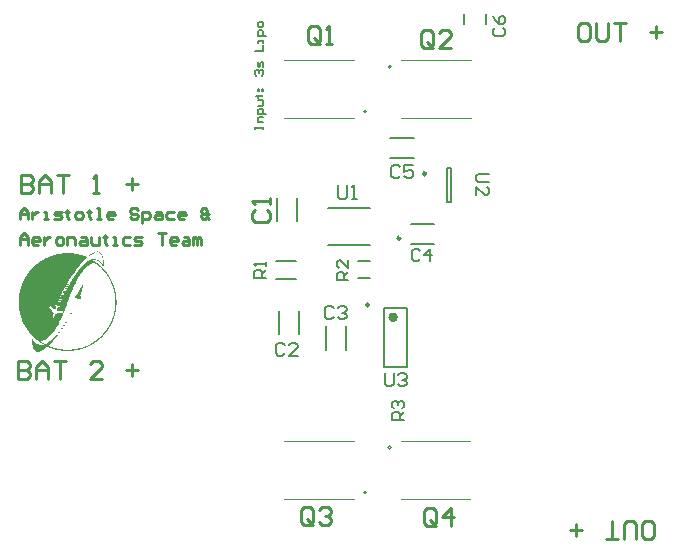
<source format=gto>
G04*
G04 #@! TF.GenerationSoftware,Altium Limited,Altium Designer,24.9.1 (31)*
G04*
G04 Layer_Color=65535*
%FSLAX44Y44*%
%MOMM*%
G71*
G04*
G04 #@! TF.SameCoordinates,8590F6A5-7837-48F7-9A02-AE0D2931B4B9*
G04*
G04*
G04 #@! TF.FilePolarity,Positive*
G04*
G01*
G75*
%ADD10C,0.2000*%
%ADD11C,0.2500*%
%ADD12C,0.4000*%
%ADD13C,0.1000*%
%ADD14C,0.2540*%
%ADD15C,0.1800*%
G36*
X584105Y840329D02*
X584155Y840313D01*
X584364Y840288D01*
X584448Y840271D01*
X584548Y840254D01*
X584815Y840187D01*
X585007Y840129D01*
X585091Y840096D01*
X585199Y840054D01*
X585283Y840020D01*
X585466Y839937D01*
X585759Y839778D01*
X586101Y839553D01*
X586126Y839528D01*
X586160Y839511D01*
X586193Y839478D01*
X586226Y839461D01*
X586293Y839394D01*
X586326Y839377D01*
X586393Y839311D01*
X586427Y839294D01*
X586819Y838901D01*
X586836Y838868D01*
X586903Y838801D01*
X586919Y838768D01*
X586986Y838701D01*
X587003Y838668D01*
X587036Y838634D01*
X587053Y838601D01*
X587103Y838551D01*
X587120Y838517D01*
X587287Y838283D01*
X587304Y838250D01*
X587387Y838133D01*
X587554Y837833D01*
X587871Y837181D01*
X587905Y837098D01*
X588005Y836864D01*
X588063Y836705D01*
X588147Y836471D01*
X588306Y835945D01*
X588339Y835828D01*
X588423Y835494D01*
X588456Y835378D01*
X588481Y835269D01*
X588531Y835018D01*
X588548Y834952D01*
X588581Y834785D01*
X588648Y834384D01*
X588665Y834300D01*
X588740Y833707D01*
X588756Y833641D01*
X588782Y833365D01*
X588798Y833198D01*
X588815Y832998D01*
X588848Y832563D01*
X588865Y832213D01*
X588882Y831795D01*
X588890Y830284D01*
X588873Y830234D01*
X588857Y829432D01*
X588840Y829382D01*
X588815Y828906D01*
X588782Y828421D01*
X588765Y828204D01*
X588748Y827971D01*
X588731Y827754D01*
X588698Y827286D01*
X588681Y827069D01*
X588665Y827035D01*
X587980Y828338D01*
X587771Y828730D01*
X587688Y828864D01*
X587671Y828897D01*
X587604Y828998D01*
X587587Y829031D01*
X587504Y829148D01*
X587487Y829181D01*
X587404Y829298D01*
X587387Y829332D01*
X587354Y829365D01*
X587337Y829398D01*
X587011Y829841D01*
X586986Y829866D01*
X586969Y829900D01*
X586936Y829933D01*
X586919Y829966D01*
X586869Y830016D01*
X586853Y830050D01*
X586802Y830100D01*
X586786Y830133D01*
X586719Y830200D01*
X586702Y830234D01*
X586636Y830300D01*
X586619Y830334D01*
X586535Y830417D01*
X586519Y830451D01*
X586418Y830551D01*
X586402Y830584D01*
X586235Y830751D01*
X586218Y830785D01*
X585558Y831444D01*
X585525Y831461D01*
X585391Y831595D01*
X585358Y831611D01*
X585241Y831728D01*
X585207Y831745D01*
X585158Y831795D01*
X585124Y831812D01*
X585074Y831862D01*
X585041Y831879D01*
X584990Y831929D01*
X584957Y831945D01*
X584924Y831979D01*
X584890Y831995D01*
X584423Y832330D01*
X584389Y832346D01*
X584256Y832430D01*
X584222Y832447D01*
X584122Y832513D01*
X584089Y832530D01*
X583905Y832630D01*
X583287Y832931D01*
X583203Y832964D01*
X583087Y833014D01*
X582828Y833106D01*
X582686Y833148D01*
X582335Y833248D01*
X582268Y833265D01*
X582160Y833290D01*
X582076Y833307D01*
X582009Y833323D01*
X581809Y833357D01*
X581466Y833398D01*
X581300Y833415D01*
X580982Y833432D01*
X580214Y833415D01*
X580164Y833398D01*
X579930Y833382D01*
X579880Y833365D01*
X579688Y833340D01*
X579588Y833323D01*
X579421Y833290D01*
X579354Y833273D01*
X579479Y833198D01*
X579512Y833181D01*
X579646Y833098D01*
X579679Y833081D01*
X579813Y832998D01*
X579846Y832981D01*
X579980Y832897D01*
X580014Y832881D01*
X580114Y832814D01*
X580147Y832797D01*
X580331Y832680D01*
X580364Y832664D01*
X580548Y832547D01*
X580581Y832530D01*
X580698Y832447D01*
X580815Y832380D01*
X580915Y832313D01*
X580949Y832296D01*
X581066Y832213D01*
X581099Y832196D01*
X581216Y832113D01*
X581249Y832096D01*
X581366Y832012D01*
X581483Y831945D01*
X581600Y831862D01*
X581633Y831845D01*
X581667Y831812D01*
X581700Y831795D01*
X581817Y831712D01*
X581851Y831695D01*
X581968Y831611D01*
X582001Y831595D01*
X582352Y831344D01*
X582385Y831328D01*
X582419Y831294D01*
X582452Y831277D01*
X583128Y830785D01*
X583228Y830718D01*
X583254Y830693D01*
X583287Y830676D01*
X583320Y830643D01*
X583354Y830626D01*
X583387Y830593D01*
X583420Y830576D01*
X583454Y830543D01*
X583487Y830526D01*
X583537Y830476D01*
X583571Y830459D01*
X583604Y830426D01*
X583638Y830409D01*
X583671Y830376D01*
X583704Y830359D01*
X583738Y830325D01*
X583771Y830309D01*
X583805Y830275D01*
X583838Y830259D01*
X583888Y830209D01*
X583922Y830192D01*
X583955Y830158D01*
X583988Y830142D01*
X584039Y830092D01*
X584072Y830075D01*
X584105Y830042D01*
X584139Y830025D01*
X584189Y829975D01*
X584222Y829958D01*
X584272Y829908D01*
X584306Y829891D01*
X584356Y829841D01*
X584389Y829824D01*
X584439Y829774D01*
X584473Y829758D01*
X584523Y829707D01*
X584556Y829691D01*
X584606Y829641D01*
X584640Y829624D01*
X584690Y829574D01*
X584723Y829557D01*
X584773Y829507D01*
X584807Y829490D01*
X584874Y829424D01*
X584907Y829407D01*
X584974Y829340D01*
X585007Y829323D01*
X585074Y829257D01*
X585107Y829240D01*
X585174Y829173D01*
X585207Y829156D01*
X585291Y829073D01*
X585325Y829056D01*
X585408Y828973D01*
X585441Y828956D01*
X585525Y828872D01*
X585558Y828856D01*
X585642Y828772D01*
X585675Y828755D01*
X585759Y828672D01*
X585792Y828655D01*
X585909Y828538D01*
X585942Y828522D01*
X586059Y828405D01*
X586093Y828388D01*
X586210Y828271D01*
X586243Y828254D01*
X586393Y828104D01*
X586427Y828087D01*
X586594Y827921D01*
X586627Y827904D01*
X586828Y827703D01*
X586861Y827687D01*
X587178Y827369D01*
X587212Y827353D01*
X588122Y826442D01*
X588139Y826409D01*
X588539Y826008D01*
X588556Y825975D01*
X588756Y825774D01*
X588773Y825741D01*
X588974Y825541D01*
X588990Y825507D01*
X589157Y825340D01*
X589174Y825307D01*
X589291Y825190D01*
X589308Y825156D01*
X589408Y825056D01*
X589425Y825023D01*
X589542Y824906D01*
X589558Y824873D01*
X589658Y824772D01*
X589675Y824739D01*
X589792Y824622D01*
X589809Y824589D01*
X589875Y824522D01*
X589892Y824488D01*
X589976Y824405D01*
X589992Y824371D01*
X590059Y824305D01*
X590076Y824271D01*
X590143Y824204D01*
X590159Y824171D01*
X590243Y824088D01*
X590260Y824054D01*
X590326Y823987D01*
X590343Y823954D01*
X590410Y823887D01*
X590427Y823854D01*
X590493Y823787D01*
X590510Y823754D01*
X590560Y823704D01*
X590577Y823670D01*
X590627Y823620D01*
X590644Y823587D01*
X590694Y823537D01*
X590711Y823503D01*
X590761Y823453D01*
X590777Y823419D01*
X590827Y823369D01*
X590844Y823336D01*
X590886Y823294D01*
X590894Y823286D01*
X590911Y823252D01*
X590961Y823202D01*
X590978Y823169D01*
X591028Y823119D01*
X591045Y823085D01*
X591095Y823035D01*
X591111Y823002D01*
X591145Y822969D01*
X591161Y822935D01*
X591195Y822902D01*
X591212Y822868D01*
X591245Y822835D01*
X591262Y822802D01*
X591295Y822768D01*
X591312Y822735D01*
X591345Y822701D01*
X591362Y822668D01*
X591395Y822635D01*
X591412Y822601D01*
X591462Y822551D01*
X591479Y822518D01*
X591512Y822484D01*
X591529Y822451D01*
X591562Y822418D01*
X591579Y822384D01*
X591612Y822351D01*
X591629Y822317D01*
X591662Y822284D01*
X591679Y822251D01*
X591713Y822217D01*
X591729Y822184D01*
X591763Y822150D01*
X591779Y822117D01*
X592105Y821674D01*
X592172Y821574D01*
X592197Y821549D01*
X592214Y821516D01*
X592464Y821165D01*
X592481Y821132D01*
X592648Y820898D01*
X592665Y820864D01*
X592748Y820747D01*
X592765Y820714D01*
X592798Y820681D01*
X592815Y820647D01*
X592898Y820530D01*
X592915Y820497D01*
X592982Y820397D01*
X592999Y820363D01*
X593082Y820246D01*
X593099Y820213D01*
X593182Y820096D01*
X593249Y819979D01*
X593333Y819862D01*
X593349Y819829D01*
X593416Y819729D01*
X593433Y819695D01*
X593500Y819595D01*
X593516Y819562D01*
X593583Y819461D01*
X593600Y819428D01*
X593717Y819244D01*
X593733Y819211D01*
X593850Y819027D01*
X593867Y818994D01*
X593984Y818810D01*
X594084Y818626D01*
X594168Y818493D01*
X594251Y818342D01*
X594318Y818225D01*
X594402Y818092D01*
X594602Y817725D01*
X594685Y817574D01*
X594786Y817390D01*
X594869Y817240D01*
X594986Y817023D01*
X595237Y816539D01*
X595905Y815186D01*
X595988Y815002D01*
X596088Y814785D01*
X596172Y814601D01*
X596272Y814384D01*
X596673Y813449D01*
X597074Y812447D01*
X597115Y812338D01*
X597366Y811670D01*
X597449Y811436D01*
X597617Y810952D01*
X597825Y810309D01*
X598042Y809624D01*
X598076Y809508D01*
X598126Y809341D01*
X598226Y808990D01*
X598276Y808823D01*
X598343Y808589D01*
X598376Y808455D01*
X598410Y808338D01*
X598460Y808138D01*
X598493Y808021D01*
X598527Y807887D01*
X598560Y807771D01*
X598627Y807503D01*
X598652Y807395D01*
X598702Y807194D01*
X598719Y807111D01*
X598802Y806777D01*
X598819Y806693D01*
X598836Y806627D01*
X598869Y806460D01*
X598886Y806393D01*
X598936Y806142D01*
X598952Y806076D01*
X598986Y805908D01*
X599003Y805842D01*
X599053Y805591D01*
X599069Y805491D01*
X599103Y805324D01*
X599120Y805224D01*
X599153Y805057D01*
X599170Y804957D01*
X599203Y804790D01*
X599287Y804288D01*
X599320Y804071D01*
X599370Y803771D01*
X599412Y803428D01*
X599428Y803362D01*
X599454Y803169D01*
X599512Y802693D01*
X599529Y802627D01*
X599554Y802384D01*
X599621Y801783D01*
X599637Y801616D01*
X599654Y801433D01*
X599671Y801232D01*
X599687Y801048D01*
X599704Y800848D01*
X599721Y800664D01*
X599754Y800130D01*
X599771Y799846D01*
X599788Y799545D01*
X599821Y798660D01*
X599829Y796514D01*
X599813Y796464D01*
X599788Y795621D01*
X599771Y795303D01*
X599721Y794502D01*
X599704Y794301D01*
X599687Y794118D01*
X599671Y793917D01*
X599654Y793733D01*
X599637Y793533D01*
X599520Y792481D01*
X599479Y792138D01*
X599462Y792072D01*
X599437Y791880D01*
X599420Y791746D01*
X599353Y791295D01*
X599320Y791095D01*
X599287Y790878D01*
X599203Y790376D01*
X599186Y790293D01*
X599170Y790193D01*
X599136Y790026D01*
X599120Y789926D01*
X599086Y789759D01*
X599069Y789658D01*
X598986Y789241D01*
X598969Y789174D01*
X598936Y789007D01*
X598919Y788940D01*
X598886Y788773D01*
X598869Y788706D01*
X598819Y788456D01*
X598752Y788189D01*
X598735Y788105D01*
X598669Y787838D01*
X598652Y787754D01*
X598535Y787287D01*
X598510Y787195D01*
X598460Y786994D01*
X598427Y786878D01*
X598393Y786744D01*
X598360Y786627D01*
X598326Y786493D01*
X598276Y786326D01*
X598176Y785976D01*
X598126Y785809D01*
X598059Y785575D01*
X597859Y784940D01*
X597550Y784030D01*
X597399Y783596D01*
X597299Y783329D01*
X597232Y783145D01*
X597032Y782610D01*
X596665Y781692D01*
X596230Y780690D01*
X596021Y780230D01*
X595921Y780013D01*
X595738Y779629D01*
X594953Y778076D01*
X594852Y777892D01*
X594769Y777742D01*
X594669Y777558D01*
X594585Y777408D01*
X594485Y777224D01*
X594418Y777107D01*
X594335Y776974D01*
X594251Y776824D01*
X594118Y776590D01*
X594034Y776456D01*
X593951Y776306D01*
X593834Y776122D01*
X593817Y776089D01*
X593700Y775905D01*
X593683Y775872D01*
X593567Y775688D01*
X593550Y775654D01*
X593433Y775471D01*
X593416Y775437D01*
X593333Y775320D01*
X593316Y775287D01*
X593091Y774945D01*
X593007Y774811D01*
X592673Y774310D01*
X592648Y774285D01*
X592631Y774251D01*
X592548Y774135D01*
X592531Y774101D01*
X592364Y773867D01*
X592347Y773834D01*
X591771Y773041D01*
X591704Y772941D01*
X591679Y772915D01*
X591662Y772882D01*
X591629Y772849D01*
X591612Y772815D01*
X591562Y772765D01*
X591546Y772732D01*
X591512Y772698D01*
X591496Y772665D01*
X591462Y772632D01*
X591445Y772598D01*
X591412Y772565D01*
X591395Y772531D01*
X591362Y772498D01*
X591345Y772465D01*
X591312Y772431D01*
X591295Y772398D01*
X591262Y772364D01*
X591245Y772331D01*
X591212Y772298D01*
X591195Y772264D01*
X591145Y772214D01*
X591128Y772181D01*
X591095Y772147D01*
X591078Y772114D01*
X591028Y772064D01*
X591011Y772030D01*
X590961Y771980D01*
X590944Y771947D01*
X590894Y771897D01*
X590878Y771863D01*
X590827Y771813D01*
X590811Y771780D01*
X590761Y771730D01*
X590744Y771696D01*
X590694Y771646D01*
X590677Y771613D01*
X590627Y771563D01*
X590610Y771529D01*
X590560Y771479D01*
X590544Y771446D01*
X590493Y771396D01*
X590477Y771362D01*
X590427Y771312D01*
X590410Y771279D01*
X590343Y771212D01*
X590326Y771179D01*
X590260Y771112D01*
X590243Y771078D01*
X590159Y770995D01*
X590143Y770961D01*
X590076Y770895D01*
X590059Y770861D01*
X589992Y770794D01*
X589976Y770761D01*
X589892Y770677D01*
X589875Y770644D01*
X589809Y770577D01*
X589792Y770544D01*
X589692Y770444D01*
X589675Y770410D01*
X589558Y770293D01*
X589542Y770260D01*
X589441Y770160D01*
X589425Y770126D01*
X589308Y770010D01*
X589291Y769976D01*
X589191Y769876D01*
X589174Y769843D01*
X589007Y769675D01*
X588990Y769642D01*
X588807Y769458D01*
X588790Y769425D01*
X588590Y769224D01*
X588573Y769191D01*
X588256Y768874D01*
X588239Y768840D01*
X587162Y767763D01*
X587128Y767746D01*
X586811Y767429D01*
X586777Y767412D01*
X586577Y767212D01*
X586544Y767195D01*
X586343Y766995D01*
X586310Y766978D01*
X586160Y766828D01*
X586126Y766811D01*
X586009Y766694D01*
X585976Y766678D01*
X585876Y766577D01*
X585842Y766561D01*
X585725Y766444D01*
X585692Y766427D01*
X585592Y766327D01*
X585558Y766310D01*
X585458Y766210D01*
X585425Y766193D01*
X585341Y766110D01*
X585308Y766093D01*
X585241Y766026D01*
X585207Y766010D01*
X585141Y765943D01*
X585107Y765926D01*
X585024Y765843D01*
X584990Y765826D01*
X584924Y765759D01*
X584890Y765742D01*
X584823Y765676D01*
X584790Y765659D01*
X584706Y765575D01*
X584673Y765559D01*
X584623Y765508D01*
X584590Y765492D01*
X584539Y765442D01*
X584506Y765425D01*
X584456Y765375D01*
X584423Y765358D01*
X584372Y765308D01*
X584339Y765291D01*
X584289Y765241D01*
X584256Y765225D01*
X584206Y765174D01*
X584172Y765158D01*
X584122Y765108D01*
X584089Y765091D01*
X584039Y765041D01*
X584005Y765024D01*
X583955Y764974D01*
X583922Y764957D01*
X583888Y764924D01*
X583855Y764907D01*
X583805Y764857D01*
X583771Y764840D01*
X583738Y764807D01*
X583704Y764790D01*
X583671Y764757D01*
X583638Y764740D01*
X583604Y764707D01*
X583571Y764690D01*
X583537Y764657D01*
X583504Y764640D01*
X583471Y764607D01*
X583437Y764590D01*
X583387Y764540D01*
X583354Y764523D01*
X583320Y764490D01*
X583287Y764473D01*
X583254Y764440D01*
X583220Y764423D01*
X583187Y764389D01*
X583153Y764373D01*
X583120Y764339D01*
X583087Y764323D01*
X583053Y764289D01*
X583020Y764273D01*
X582986Y764239D01*
X582953Y764222D01*
X582393Y763813D01*
X582293Y763747D01*
X582268Y763721D01*
X582235Y763705D01*
X582001Y763538D01*
X581968Y763521D01*
X581851Y763438D01*
X581817Y763421D01*
X581784Y763388D01*
X581750Y763371D01*
X581633Y763287D01*
X581600Y763271D01*
X581366Y763104D01*
X581333Y763087D01*
X580807Y762745D01*
X580707Y762678D01*
X580573Y762594D01*
X580389Y762477D01*
X580222Y762377D01*
X579955Y762210D01*
X579663Y762035D01*
X579629Y762018D01*
X579496Y761935D01*
X579346Y761851D01*
X579229Y761784D01*
X579095Y761701D01*
X578945Y761617D01*
X578828Y761550D01*
X578677Y761467D01*
X578494Y761367D01*
X578343Y761283D01*
X577976Y761083D01*
X577659Y760916D01*
X577208Y760682D01*
X576122Y760147D01*
X575905Y760047D01*
X575538Y759880D01*
X575321Y759780D01*
X575170Y759713D01*
X574235Y759312D01*
X573316Y758945D01*
X573208Y758903D01*
X572941Y758803D01*
X572757Y758736D01*
X572490Y758636D01*
X572256Y758552D01*
X571772Y758385D01*
X571129Y758177D01*
X570444Y757960D01*
X570210Y757893D01*
X570043Y757843D01*
X569692Y757742D01*
X569525Y757692D01*
X569458Y757676D01*
X569342Y757642D01*
X569141Y757592D01*
X569024Y757559D01*
X568891Y757525D01*
X568774Y757492D01*
X568172Y757342D01*
X568064Y757317D01*
X567864Y757266D01*
X567780Y757250D01*
X567579Y757200D01*
X567496Y757183D01*
X567429Y757166D01*
X567262Y757133D01*
X567195Y757116D01*
X567028Y757083D01*
X566962Y757066D01*
X566711Y757016D01*
X566644Y756999D01*
X566477Y756966D01*
X566377Y756949D01*
X566210Y756916D01*
X566110Y756899D01*
X565943Y756866D01*
X565843Y756849D01*
X565676Y756816D01*
X565575Y756799D01*
X565492Y756782D01*
X565275Y756749D01*
X564974Y756699D01*
X564757Y756665D01*
X564557Y756632D01*
X564331Y756607D01*
X564264Y756590D01*
X564072Y756565D01*
X563596Y756507D01*
X563530Y756490D01*
X563287Y756465D01*
X562686Y756398D01*
X562552Y756381D01*
X562369Y756365D01*
X562168Y756348D01*
X561985Y756331D01*
X561784Y756315D01*
X561601Y756298D01*
X561367Y756281D01*
X561100Y756264D01*
X560816Y756248D01*
X560548Y756231D01*
X560148Y756214D01*
X559697Y756198D01*
X558862Y756181D01*
X557835Y756173D01*
X557784Y756189D01*
X556682Y756206D01*
X556632Y756223D01*
X556031Y756239D01*
X555981Y756256D01*
X555513Y756273D01*
X555463Y756290D01*
X555054Y756315D01*
X554503Y756365D01*
X554002Y756415D01*
X553868Y756432D01*
X553567Y756465D01*
X553033Y756532D01*
X552114Y756665D01*
X551897Y756699D01*
X551296Y756799D01*
X551213Y756816D01*
X551112Y756832D01*
X551029Y756849D01*
X550929Y756866D01*
X550845Y756882D01*
X550745Y756899D01*
X549993Y757049D01*
X549926Y757066D01*
X549759Y757100D01*
X549693Y757116D01*
X549609Y757133D01*
X549542Y757150D01*
X549459Y757166D01*
X549392Y757183D01*
X549309Y757200D01*
X549242Y757216D01*
X549158Y757233D01*
X548958Y757283D01*
X548874Y757300D01*
X547872Y757550D01*
X547780Y757576D01*
X547647Y757609D01*
X547413Y757676D01*
X547346Y757692D01*
X546879Y757826D01*
X546377Y757976D01*
X545943Y758110D01*
X544833Y758486D01*
X544549Y758586D01*
X544315Y758669D01*
X544131Y758736D01*
X543730Y758886D01*
X543647Y758920D01*
X543380Y759020D01*
X542712Y759287D01*
X542570Y759346D01*
X542453Y759396D01*
X542369Y759429D01*
X541902Y759630D01*
X541451Y759830D01*
X541367Y759864D01*
X541317Y759813D01*
X541284Y759797D01*
X541184Y759697D01*
X541150Y759680D01*
X541067Y759596D01*
X541033Y759580D01*
X540950Y759496D01*
X540916Y759479D01*
X540833Y759396D01*
X540799Y759379D01*
X540732Y759312D01*
X540699Y759296D01*
X540632Y759229D01*
X540599Y759212D01*
X540532Y759145D01*
X540499Y759129D01*
X540432Y759062D01*
X540398Y759045D01*
X540348Y758995D01*
X540315Y758978D01*
X540248Y758912D01*
X540215Y758895D01*
X540165Y758845D01*
X540131Y758828D01*
X540081Y758778D01*
X540048Y758761D01*
X539998Y758711D01*
X539964Y758695D01*
X539914Y758644D01*
X539881Y758628D01*
X539847Y758594D01*
X539814Y758578D01*
X539764Y758528D01*
X539730Y758511D01*
X539697Y758477D01*
X539664Y758461D01*
X539614Y758410D01*
X539580Y758394D01*
X539547Y758360D01*
X539513Y758344D01*
X539480Y758310D01*
X539447Y758294D01*
X539413Y758260D01*
X539380Y758243D01*
X539346Y758210D01*
X539313Y758193D01*
X539280Y758160D01*
X539246Y758143D01*
X539213Y758110D01*
X539179Y758093D01*
X539146Y758060D01*
X539113Y758043D01*
X538904Y757885D01*
X538804Y757818D01*
X538511Y757609D01*
X538478Y757592D01*
X538244Y757425D01*
X538211Y757409D01*
X538094Y757325D01*
X538060Y757308D01*
X537943Y757225D01*
X537827Y757158D01*
X537710Y757075D01*
X537593Y757008D01*
X537409Y756891D01*
X537376Y756874D01*
X537242Y756790D01*
X537209Y756774D01*
X537075Y756690D01*
X536891Y756590D01*
X536774Y756523D01*
X536407Y756323D01*
X535622Y755939D01*
X535455Y755872D01*
X535296Y755814D01*
X534854Y755672D01*
X534737Y755638D01*
X534670Y755621D01*
X534553Y755588D01*
X534486Y755571D01*
X534378Y755546D01*
X534311Y755530D01*
X534144Y755496D01*
X533843Y755446D01*
X533693Y755429D01*
X533509Y755413D01*
X532816Y755404D01*
X532766Y755421D01*
X532524Y755446D01*
X532424Y755463D01*
X532340Y755480D01*
X532273Y755496D01*
X532190Y755513D01*
X532123Y755530D01*
X532031Y755555D01*
X531823Y755630D01*
X531689Y755680D01*
X531505Y755763D01*
X531363Y755839D01*
X531246Y755905D01*
X531129Y755989D01*
X531096Y756006D01*
X530829Y756206D01*
X530737Y756281D01*
X530662Y756356D01*
X530628Y756373D01*
X530486Y756515D01*
X530470Y756548D01*
X530336Y756682D01*
X530319Y756715D01*
X530253Y756782D01*
X530236Y756816D01*
X530202Y756849D01*
X530186Y756882D01*
X530152Y756916D01*
X530136Y756949D01*
X530102Y756983D01*
X530086Y757016D01*
X529935Y757233D01*
X529919Y757266D01*
X529852Y757367D01*
X529835Y757400D01*
X529752Y757550D01*
X529468Y758135D01*
X529418Y758252D01*
X529317Y758502D01*
X529117Y759120D01*
X529017Y759471D01*
X528983Y759605D01*
X528958Y759713D01*
X528908Y759914D01*
X528808Y760415D01*
X528758Y760715D01*
X528725Y760932D01*
X528683Y761275D01*
X528666Y761342D01*
X528641Y761567D01*
X528608Y761901D01*
X528591Y762085D01*
X528574Y762302D01*
X528558Y762536D01*
X528541Y762820D01*
X528524Y763187D01*
X528507Y763788D01*
X528499Y764665D01*
X528516Y764715D01*
X528532Y765784D01*
X528549Y765834D01*
X528566Y766352D01*
X528574Y766360D01*
X528599Y766335D01*
X528716Y766118D01*
X528783Y766001D01*
X528866Y765868D01*
X528883Y765834D01*
X528967Y765717D01*
X528983Y765684D01*
X529125Y765475D01*
X529259Y765275D01*
X529284Y765250D01*
X529301Y765216D01*
X529459Y765007D01*
X529501Y764949D01*
X529618Y764799D01*
X529693Y764707D01*
X529735Y764648D01*
X529768Y764615D01*
X529785Y764582D01*
X529835Y764531D01*
X529852Y764498D01*
X529935Y764415D01*
X529952Y764381D01*
X530036Y764298D01*
X530052Y764264D01*
X530169Y764147D01*
X530186Y764114D01*
X530336Y763964D01*
X530353Y763930D01*
X530862Y763421D01*
X530896Y763404D01*
X531079Y763221D01*
X531113Y763204D01*
X531230Y763087D01*
X531263Y763070D01*
X531330Y763003D01*
X531363Y762987D01*
X531413Y762936D01*
X531447Y762920D01*
X531480Y762886D01*
X531513Y762870D01*
X531564Y762820D01*
X531597Y762803D01*
X531631Y762769D01*
X531664Y762753D01*
X531998Y762519D01*
X532031Y762502D01*
X532148Y762419D01*
X532182Y762402D01*
X532315Y762319D01*
X532499Y762218D01*
X533217Y761868D01*
X533334Y761818D01*
X533418Y761784D01*
X533576Y761726D01*
X533710Y761676D01*
X533777Y761659D01*
X534136Y761550D01*
X534470Y761467D01*
X534837Y761400D01*
X534954Y761383D01*
X535021Y761367D01*
X535280Y761342D01*
X535480Y761325D01*
X536440Y761317D01*
X536491Y761333D01*
X536808Y761350D01*
X536858Y761367D01*
X537067Y761392D01*
X537284Y761425D01*
X537384Y761442D01*
X537635Y761492D01*
X537701Y761509D01*
X537785Y761525D01*
X537985Y761575D01*
X537977Y761600D01*
X537793Y761701D01*
X537676Y761768D01*
X537543Y761851D01*
X537359Y761951D01*
X537175Y762068D01*
X537142Y762085D01*
X537008Y762168D01*
X536975Y762185D01*
X536841Y762269D01*
X536808Y762285D01*
X536624Y762402D01*
X536591Y762419D01*
X536491Y762486D01*
X536457Y762502D01*
X536273Y762619D01*
X536240Y762636D01*
X536123Y762719D01*
X536090Y762736D01*
X535564Y763079D01*
X535062Y763412D01*
X534887Y763538D01*
X534854Y763555D01*
X534620Y763721D01*
X534586Y763738D01*
X534553Y763772D01*
X534520Y763788D01*
X533843Y764281D01*
X533785Y764323D01*
X533459Y764565D01*
X533401Y764607D01*
X533251Y764724D01*
X533042Y764882D01*
X533017Y764907D01*
X532983Y764924D01*
X532950Y764957D01*
X532916Y764974D01*
X532883Y765007D01*
X532850Y765024D01*
X532799Y765074D01*
X532766Y765091D01*
X532716Y765141D01*
X532683Y765158D01*
X532632Y765208D01*
X532599Y765225D01*
X532549Y765275D01*
X532516Y765291D01*
X532466Y765341D01*
X532432Y765358D01*
X532382Y765408D01*
X532349Y765425D01*
X532299Y765475D01*
X532265Y765492D01*
X532198Y765559D01*
X532165Y765575D01*
X532115Y765625D01*
X532081Y765642D01*
X532015Y765709D01*
X531981Y765726D01*
X531914Y765792D01*
X531881Y765809D01*
X531814Y765876D01*
X531781Y765893D01*
X531714Y765959D01*
X531680Y765976D01*
X531614Y766043D01*
X531580Y766060D01*
X531497Y766143D01*
X531464Y766160D01*
X531380Y766243D01*
X531347Y766260D01*
X531263Y766344D01*
X531230Y766360D01*
X531129Y766460D01*
X531096Y766477D01*
X530979Y766594D01*
X530946Y766611D01*
X530829Y766728D01*
X530795Y766744D01*
X530678Y766861D01*
X530645Y766878D01*
X530495Y767028D01*
X530461Y767045D01*
X530294Y767212D01*
X530261Y767229D01*
X530044Y767446D01*
X530010Y767462D01*
X529693Y767780D01*
X529660Y767797D01*
X528733Y768724D01*
X528716Y768757D01*
X528315Y769158D01*
X528299Y769191D01*
X528098Y769391D01*
X528082Y769425D01*
X527881Y769625D01*
X527864Y769659D01*
X527697Y769826D01*
X527681Y769859D01*
X527564Y769976D01*
X527547Y770010D01*
X527447Y770110D01*
X527430Y770143D01*
X527313Y770260D01*
X527296Y770293D01*
X527180Y770410D01*
X527163Y770444D01*
X527063Y770544D01*
X527046Y770577D01*
X526979Y770644D01*
X526963Y770677D01*
X526879Y770761D01*
X526862Y770794D01*
X526796Y770861D01*
X526779Y770895D01*
X526712Y770961D01*
X526695Y770995D01*
X526628Y771062D01*
X526612Y771095D01*
X526528Y771179D01*
X526512Y771212D01*
X526445Y771279D01*
X526428Y771312D01*
X526361Y771379D01*
X526345Y771412D01*
X526295Y771462D01*
X526278Y771496D01*
X526228Y771546D01*
X526211Y771579D01*
X526161Y771629D01*
X526144Y771663D01*
X526094Y771713D01*
X526077Y771746D01*
X526044Y771780D01*
X526027Y771813D01*
X525977Y771863D01*
X525960Y771897D01*
X525910Y771947D01*
X525894Y771980D01*
X525844Y772030D01*
X525827Y772064D01*
X525777Y772114D01*
X525760Y772147D01*
X525710Y772197D01*
X525693Y772231D01*
X525660Y772264D01*
X525643Y772298D01*
X525610Y772331D01*
X525593Y772364D01*
X525560Y772398D01*
X525543Y772431D01*
X525509Y772465D01*
X525493Y772498D01*
X525459Y772531D01*
X525443Y772565D01*
X525393Y772615D01*
X525376Y772648D01*
X525342Y772682D01*
X525326Y772715D01*
X525292Y772748D01*
X525276Y772782D01*
X525242Y772815D01*
X525226Y772849D01*
X525192Y772882D01*
X525176Y772915D01*
X525142Y772949D01*
X525125Y772982D01*
X525092Y773016D01*
X525075Y773049D01*
X524750Y773492D01*
X524683Y773592D01*
X524658Y773617D01*
X524641Y773650D01*
X524390Y774001D01*
X524374Y774034D01*
X524207Y774268D01*
X524190Y774302D01*
X524107Y774418D01*
X524090Y774452D01*
X524057Y774485D01*
X524040Y774519D01*
X523956Y774636D01*
X523940Y774669D01*
X523873Y774769D01*
X523856Y774803D01*
X523773Y774920D01*
X523756Y774953D01*
X523672Y775070D01*
X523606Y775187D01*
X523522Y775304D01*
X523505Y775337D01*
X523439Y775437D01*
X523422Y775471D01*
X523355Y775571D01*
X523338Y775604D01*
X523222Y775788D01*
X523205Y775821D01*
X523088Y776005D01*
X523071Y776039D01*
X522954Y776222D01*
X522938Y776256D01*
X522854Y776389D01*
X522837Y776423D01*
X522704Y776656D01*
X522620Y776790D01*
X522537Y776940D01*
X522336Y777291D01*
X522236Y777475D01*
X522153Y777625D01*
X522052Y777809D01*
X521969Y777959D01*
X521835Y778210D01*
X521601Y778661D01*
X520950Y779980D01*
X520783Y780347D01*
X520683Y780564D01*
X520599Y780748D01*
X520533Y780899D01*
X520182Y781717D01*
X519781Y782719D01*
X519739Y782828D01*
X519689Y782961D01*
X519622Y783145D01*
X519472Y783546D01*
X519372Y783830D01*
X519205Y784314D01*
X519046Y784807D01*
X518846Y785441D01*
X518779Y785658D01*
X518712Y785892D01*
X518662Y786059D01*
X518595Y786293D01*
X518545Y786460D01*
X518529Y786527D01*
X518495Y786644D01*
X518462Y786777D01*
X518428Y786894D01*
X518378Y787095D01*
X518345Y787212D01*
X518311Y787345D01*
X518278Y787462D01*
X518245Y787596D01*
X518219Y787704D01*
X518169Y787905D01*
X518153Y787988D01*
X518086Y788255D01*
X518069Y788339D01*
X518036Y788473D01*
X518019Y788556D01*
X518002Y788623D01*
X517969Y788790D01*
X517952Y788857D01*
X517902Y789107D01*
X517886Y789174D01*
X517852Y789341D01*
X517835Y789408D01*
X517819Y789491D01*
X517802Y789592D01*
X517769Y789759D01*
X517752Y789859D01*
X517718Y790026D01*
X517702Y790126D01*
X517668Y790293D01*
X517652Y790393D01*
X517635Y790477D01*
X517618Y790577D01*
X517585Y790794D01*
X517535Y791095D01*
X517501Y791312D01*
X517485Y791412D01*
X517426Y791871D01*
X517410Y791938D01*
X517384Y792130D01*
X517368Y792264D01*
X517343Y792489D01*
X517326Y792556D01*
X517301Y792798D01*
X517234Y793399D01*
X517217Y793566D01*
X517201Y793750D01*
X517184Y793951D01*
X517167Y794134D01*
X517134Y794535D01*
X517084Y795337D01*
X517067Y795671D01*
X517034Y796556D01*
X517025Y798602D01*
X517042Y798652D01*
X517067Y799495D01*
X517084Y799812D01*
X517100Y800097D01*
X517134Y800631D01*
X517151Y800831D01*
X517167Y801015D01*
X517184Y801215D01*
X517201Y801399D01*
X517217Y801600D01*
X517234Y801767D01*
X517267Y802067D01*
X517284Y802201D01*
X517334Y802652D01*
X517393Y803128D01*
X517410Y803195D01*
X517435Y803387D01*
X517451Y803520D01*
X517501Y803854D01*
X517535Y804055D01*
X517568Y804272D01*
X517652Y804773D01*
X517668Y804856D01*
X517685Y804957D01*
X517718Y805124D01*
X517735Y805224D01*
X517769Y805391D01*
X517785Y805491D01*
X517869Y805908D01*
X517886Y805975D01*
X517936Y806226D01*
X517952Y806293D01*
X517986Y806460D01*
X518002Y806526D01*
X518036Y806693D01*
X518086Y806894D01*
X518103Y806977D01*
X518169Y807244D01*
X518186Y807328D01*
X518253Y807595D01*
X518270Y807679D01*
X518295Y807771D01*
X518328Y807904D01*
X518361Y808021D01*
X518411Y808222D01*
X518445Y808338D01*
X518478Y808472D01*
X518512Y808589D01*
X518529Y808656D01*
X518595Y808890D01*
X518645Y809057D01*
X518712Y809290D01*
X518762Y809457D01*
X518796Y809574D01*
X518862Y809791D01*
X519080Y810476D01*
X519188Y810785D01*
X519472Y811603D01*
X519572Y811871D01*
X519639Y812054D01*
X519840Y812589D01*
X520173Y813424D01*
X520608Y814426D01*
X520641Y814510D01*
X520984Y815253D01*
X521267Y815837D01*
X521785Y816856D01*
X521952Y817173D01*
X522036Y817324D01*
X522136Y817507D01*
X522219Y817658D01*
X522320Y817841D01*
X522403Y817992D01*
X522487Y818125D01*
X522587Y818309D01*
X522670Y818443D01*
X522754Y818593D01*
X522821Y818710D01*
X522904Y818843D01*
X522921Y818877D01*
X523004Y819010D01*
X523021Y819044D01*
X523088Y819144D01*
X523105Y819177D01*
X523188Y819311D01*
X523205Y819344D01*
X523271Y819445D01*
X523288Y819478D01*
X523405Y819662D01*
X523422Y819695D01*
X523505Y819812D01*
X523572Y819929D01*
X523656Y820046D01*
X523672Y820079D01*
X523739Y820180D01*
X523756Y820213D01*
X523839Y820330D01*
X523856Y820363D01*
X523940Y820480D01*
X524006Y820597D01*
X524040Y820630D01*
X524057Y820664D01*
X524140Y820781D01*
X524157Y820814D01*
X524324Y821048D01*
X524340Y821081D01*
X524507Y821315D01*
X524524Y821349D01*
X525100Y822142D01*
X525167Y822242D01*
X525192Y822267D01*
X525209Y822301D01*
X525259Y822351D01*
X525276Y822384D01*
X525309Y822418D01*
X525326Y822451D01*
X525359Y822484D01*
X525376Y822518D01*
X525409Y822551D01*
X525426Y822585D01*
X525459Y822618D01*
X525476Y822651D01*
X525509Y822685D01*
X525526Y822718D01*
X525560Y822751D01*
X525576Y822785D01*
X525626Y822835D01*
X525643Y822868D01*
X525676Y822902D01*
X525693Y822935D01*
X525727Y822969D01*
X525743Y823002D01*
X525777Y823035D01*
X525793Y823069D01*
X525844Y823119D01*
X525860Y823152D01*
X525910Y823202D01*
X525927Y823236D01*
X525977Y823286D01*
X525994Y823319D01*
X526044Y823369D01*
X526061Y823403D01*
X526111Y823453D01*
X526127Y823486D01*
X526177Y823537D01*
X526194Y823570D01*
X526244Y823620D01*
X526261Y823653D01*
X526311Y823704D01*
X526328Y823737D01*
X526378Y823787D01*
X526395Y823820D01*
X526461Y823887D01*
X526478Y823921D01*
X526545Y823987D01*
X526562Y824021D01*
X526645Y824104D01*
X526662Y824138D01*
X526729Y824204D01*
X526745Y824238D01*
X526812Y824305D01*
X526829Y824338D01*
X526896Y824405D01*
X526912Y824438D01*
X526979Y824505D01*
X526996Y824538D01*
X527079Y824622D01*
X527096Y824655D01*
X527213Y824772D01*
X527230Y824806D01*
X527330Y824906D01*
X527347Y824939D01*
X527463Y825056D01*
X527480Y825090D01*
X527597Y825207D01*
X527614Y825240D01*
X527714Y825340D01*
X527731Y825374D01*
X527931Y825574D01*
X527948Y825607D01*
X528132Y825791D01*
X528148Y825825D01*
X528349Y826025D01*
X528365Y826058D01*
X528850Y826543D01*
X528866Y826576D01*
X529443Y827152D01*
X529476Y827169D01*
X529960Y827653D01*
X529994Y827670D01*
X530194Y827870D01*
X530228Y827887D01*
X530428Y828087D01*
X530461Y828104D01*
X530645Y828288D01*
X530678Y828305D01*
X530795Y828421D01*
X530829Y828438D01*
X530929Y828538D01*
X530962Y828555D01*
X531079Y828672D01*
X531113Y828689D01*
X531213Y828789D01*
X531246Y828806D01*
X531363Y828923D01*
X531397Y828939D01*
X531480Y829023D01*
X531513Y829040D01*
X531580Y829106D01*
X531614Y829123D01*
X531680Y829190D01*
X531714Y829206D01*
X531781Y829273D01*
X531814Y829290D01*
X531898Y829373D01*
X531931Y829390D01*
X531998Y829457D01*
X532031Y829474D01*
X532098Y829540D01*
X532132Y829557D01*
X532198Y829624D01*
X532232Y829641D01*
X532282Y829691D01*
X532315Y829707D01*
X532365Y829758D01*
X532399Y829774D01*
X532449Y829824D01*
X532482Y829841D01*
X532532Y829891D01*
X532566Y829908D01*
X532616Y829958D01*
X532649Y829975D01*
X532699Y830025D01*
X532733Y830042D01*
X532783Y830092D01*
X532816Y830108D01*
X532866Y830158D01*
X532900Y830175D01*
X532950Y830225D01*
X532983Y830242D01*
X533017Y830275D01*
X533050Y830292D01*
X533083Y830325D01*
X533117Y830342D01*
X533167Y830392D01*
X533200Y830409D01*
X533234Y830442D01*
X533267Y830459D01*
X533301Y830492D01*
X533334Y830509D01*
X533367Y830543D01*
X533401Y830559D01*
X533434Y830593D01*
X533468Y830609D01*
X533501Y830643D01*
X533534Y830659D01*
X533568Y830693D01*
X533601Y830710D01*
X533651Y830760D01*
X533685Y830776D01*
X533718Y830810D01*
X533751Y830826D01*
X533785Y830860D01*
X533818Y830877D01*
X533852Y830910D01*
X533885Y830927D01*
X534562Y831419D01*
X534662Y831486D01*
X534837Y831611D01*
X534870Y831628D01*
X534987Y831712D01*
X535021Y831728D01*
X535054Y831762D01*
X535088Y831778D01*
X535205Y831862D01*
X535238Y831879D01*
X535472Y832046D01*
X535505Y832062D01*
X535605Y832129D01*
X535639Y832146D01*
X535756Y832229D01*
X535789Y832246D01*
X535906Y832330D01*
X536023Y832396D01*
X536140Y832480D01*
X536173Y832497D01*
X536273Y832563D01*
X536307Y832580D01*
X536407Y832647D01*
X536440Y832664D01*
X536624Y832781D01*
X536657Y832797D01*
X536841Y832914D01*
X536875Y832931D01*
X537058Y833048D01*
X537092Y833064D01*
X537225Y833148D01*
X537259Y833165D01*
X537376Y833231D01*
X537509Y833315D01*
X537660Y833398D01*
X537893Y833532D01*
X538027Y833616D01*
X538278Y833749D01*
X538461Y833849D01*
X538611Y833933D01*
X538795Y834033D01*
X539012Y834150D01*
X539497Y834400D01*
X540816Y835052D01*
X541033Y835152D01*
X541401Y835319D01*
X541618Y835419D01*
X542553Y835820D01*
X543638Y836254D01*
X543797Y836313D01*
X544465Y836563D01*
X545000Y836747D01*
X545743Y836989D01*
X546428Y837206D01*
X546778Y837307D01*
X546945Y837357D01*
X547413Y837490D01*
X547480Y837507D01*
X547597Y837540D01*
X547730Y837574D01*
X547847Y837607D01*
X548048Y837657D01*
X548164Y837691D01*
X548632Y837807D01*
X548741Y837833D01*
X548941Y837883D01*
X549025Y837899D01*
X549292Y837966D01*
X549459Y838000D01*
X549526Y838016D01*
X549693Y838050D01*
X549759Y838066D01*
X550010Y838117D01*
X550077Y838133D01*
X550244Y838167D01*
X550311Y838183D01*
X550411Y838200D01*
X550578Y838233D01*
X550678Y838250D01*
X550845Y838283D01*
X550945Y838300D01*
X551112Y838334D01*
X551213Y838350D01*
X551296Y838367D01*
X551496Y838400D01*
X551713Y838434D01*
X552014Y838484D01*
X552231Y838517D01*
X552332Y838534D01*
X552557Y838559D01*
X552624Y838576D01*
X552816Y838601D01*
X553292Y838659D01*
X553359Y838676D01*
X553601Y838701D01*
X554352Y838784D01*
X554536Y838801D01*
X554736Y838818D01*
X554920Y838835D01*
X555121Y838851D01*
X555304Y838868D01*
X555797Y838893D01*
X555914Y838910D01*
X556373Y838935D01*
X557258Y838968D01*
X558344Y838985D01*
X558586Y838993D01*
X558636Y838977D01*
X560089Y838960D01*
X560139Y838943D01*
X560757Y838926D01*
X560807Y838910D01*
X561275Y838893D01*
X561325Y838876D01*
X561734Y838851D01*
X562135Y838818D01*
X562636Y838768D01*
X563237Y838701D01*
X563772Y838634D01*
X563997Y838609D01*
X564064Y838593D01*
X564256Y838567D01*
X564473Y838534D01*
X564807Y838484D01*
X565008Y838450D01*
X565225Y838417D01*
X565308Y838400D01*
X565609Y838350D01*
X565692Y838334D01*
X565793Y838317D01*
X565876Y838300D01*
X565976Y838283D01*
X566143Y838250D01*
X566244Y838233D01*
X566327Y838217D01*
X566394Y838200D01*
X566895Y838100D01*
X566962Y838083D01*
X567212Y838033D01*
X567279Y838016D01*
X567362Y838000D01*
X567496Y837966D01*
X567579Y837950D01*
X567713Y837916D01*
X567797Y837899D01*
X568064Y837833D01*
X568147Y837816D01*
X568749Y837666D01*
X568840Y837641D01*
X568907Y837624D01*
X569024Y837590D01*
X569091Y837574D01*
X569208Y837540D01*
X569275Y837524D01*
X569392Y837490D01*
X569458Y837474D01*
X569575Y837440D01*
X569642Y837423D01*
X569876Y837357D01*
X570043Y837307D01*
X570260Y837240D01*
X570761Y837089D01*
X572022Y836664D01*
X572306Y836563D01*
X572774Y836396D01*
X572907Y836346D01*
X572991Y836313D01*
X573124Y836263D01*
X573208Y836229D01*
X573341Y836179D01*
X573425Y836146D01*
X573559Y836096D01*
X573976Y835929D01*
X574118Y835870D01*
X574202Y835837D01*
X574318Y835787D01*
X574485Y835720D01*
X574602Y835670D01*
X574669Y835636D01*
X574761Y835712D01*
X574803Y835753D01*
X574836Y835770D01*
X574936Y835870D01*
X574970Y835887D01*
X575053Y835970D01*
X575087Y835987D01*
X575154Y836054D01*
X575187Y836071D01*
X575254Y836137D01*
X575287Y836154D01*
X575354Y836221D01*
X575387Y836238D01*
X575454Y836304D01*
X575488Y836321D01*
X575554Y836388D01*
X575588Y836405D01*
X575638Y836455D01*
X575671Y836471D01*
X575721Y836522D01*
X575755Y836538D01*
X575805Y836588D01*
X575838Y836605D01*
X575888Y836655D01*
X575922Y836672D01*
X575972Y836722D01*
X576005Y836739D01*
X576055Y836789D01*
X576089Y836805D01*
X576122Y836839D01*
X576156Y836856D01*
X576206Y836906D01*
X576239Y836922D01*
X576289Y836973D01*
X576323Y836989D01*
X576356Y837023D01*
X576389Y837039D01*
X576423Y837073D01*
X576456Y837089D01*
X576490Y837123D01*
X576523Y837140D01*
X576556Y837173D01*
X576590Y837190D01*
X576623Y837223D01*
X576657Y837240D01*
X576690Y837273D01*
X576723Y837290D01*
X576757Y837323D01*
X576790Y837340D01*
X576824Y837373D01*
X576857Y837390D01*
X576890Y837423D01*
X576924Y837440D01*
X577625Y837941D01*
X577659Y837958D01*
X577776Y838041D01*
X577809Y838058D01*
X577842Y838091D01*
X577959Y838158D01*
X578076Y838242D01*
X578110Y838258D01*
X578210Y838325D01*
X578243Y838342D01*
X578343Y838409D01*
X578377Y838426D01*
X578477Y838492D01*
X578510Y838509D01*
X578611Y838576D01*
X578644Y838593D01*
X578778Y838676D01*
X578928Y838760D01*
X579162Y838893D01*
X579312Y838977D01*
X579529Y839093D01*
X580481Y839561D01*
X580631Y839628D01*
X580748Y839678D01*
X580832Y839712D01*
X580949Y839762D01*
X581116Y839828D01*
X581224Y839870D01*
X581308Y839903D01*
X581750Y840045D01*
X581917Y840096D01*
X582034Y840129D01*
X582235Y840179D01*
X582343Y840204D01*
X582677Y840271D01*
X582903Y840296D01*
X582970Y840313D01*
X583237Y840329D01*
X583354Y840346D01*
X584105Y840329D01*
D02*
G37*
%LPC*%
G36*
X583537Y839845D02*
X583487Y839828D01*
X583036Y839812D01*
X582986Y839795D01*
X582777Y839770D01*
X582694Y839753D01*
X582594Y839736D01*
X582427Y839703D01*
X582093Y839620D01*
X581951Y839578D01*
X581391Y839386D01*
X581308Y839352D01*
X581174Y839302D01*
X581091Y839269D01*
X580949Y839210D01*
X580832Y839160D01*
X580681Y839093D01*
X580498Y839010D01*
X579613Y838559D01*
X579312Y838392D01*
X579178Y838309D01*
X579028Y838225D01*
X578895Y838142D01*
X578861Y838125D01*
X578677Y838008D01*
X578644Y837991D01*
X578118Y837649D01*
X577817Y837448D01*
X577742Y837390D01*
X577709Y837373D01*
X577032Y836881D01*
X576974Y836839D01*
X576765Y836680D01*
X576707Y836638D01*
X576256Y836288D01*
X576164Y836213D01*
X576139Y836188D01*
X576105Y836171D01*
X576055Y836121D01*
X576022Y836104D01*
X575972Y836054D01*
X575938Y836037D01*
X575888Y835987D01*
X575855Y835970D01*
X575788Y835904D01*
X575755Y835887D01*
X575688Y835820D01*
X575654Y835803D01*
X575588Y835737D01*
X575554Y835720D01*
X575488Y835653D01*
X575454Y835636D01*
X575371Y835553D01*
X575337Y835536D01*
X575254Y835453D01*
X575220Y835436D01*
X575137Y835352D01*
X575103Y835336D01*
X575003Y835236D01*
X574970Y835219D01*
X574853Y835102D01*
X574819Y835085D01*
X574719Y834985D01*
X574686Y834968D01*
X574536Y834818D01*
X574502Y834801D01*
X574335Y834634D01*
X574302Y834618D01*
X574118Y834434D01*
X574085Y834417D01*
X573834Y834167D01*
X573801Y834150D01*
X573467Y833816D01*
X573433Y833799D01*
X571788Y832154D01*
X571772Y832121D01*
X571421Y831770D01*
X571404Y831737D01*
X571120Y831453D01*
X571104Y831419D01*
X570920Y831236D01*
X570903Y831202D01*
X570719Y831019D01*
X570703Y830985D01*
X570552Y830835D01*
X570536Y830801D01*
X570402Y830668D01*
X570385Y830634D01*
X570252Y830501D01*
X570235Y830467D01*
X570118Y830350D01*
X570101Y830317D01*
X569985Y830200D01*
X569968Y830167D01*
X569868Y830067D01*
X569851Y830033D01*
X569751Y829933D01*
X569734Y829900D01*
X569650Y829816D01*
X569634Y829783D01*
X569534Y829682D01*
X569517Y829649D01*
X569433Y829566D01*
X569417Y829532D01*
X569333Y829449D01*
X569316Y829415D01*
X569233Y829332D01*
X569216Y829298D01*
X569133Y829215D01*
X569116Y829181D01*
X569033Y829098D01*
X569016Y829064D01*
X568949Y828998D01*
X568932Y828964D01*
X568849Y828881D01*
X568832Y828847D01*
X568765Y828781D01*
X568749Y828747D01*
X568682Y828680D01*
X568665Y828647D01*
X568582Y828564D01*
X568565Y828530D01*
X568498Y828463D01*
X568481Y828430D01*
X568415Y828363D01*
X568398Y828330D01*
X568331Y828263D01*
X568314Y828230D01*
X568264Y828179D01*
X568248Y828146D01*
X568181Y828079D01*
X568164Y828046D01*
X568097Y827979D01*
X568081Y827945D01*
X568014Y827879D01*
X567997Y827845D01*
X567947Y827795D01*
X567930Y827762D01*
X567864Y827695D01*
X567847Y827662D01*
X567797Y827611D01*
X567780Y827578D01*
X567713Y827511D01*
X567696Y827478D01*
X567646Y827428D01*
X567630Y827394D01*
X567579Y827344D01*
X567563Y827311D01*
X567496Y827244D01*
X567479Y827211D01*
X567429Y827161D01*
X567412Y827127D01*
X567362Y827077D01*
X567346Y827044D01*
X567296Y826994D01*
X567279Y826960D01*
X567229Y826910D01*
X567212Y826877D01*
X567162Y826827D01*
X567145Y826793D01*
X567095Y826743D01*
X567079Y826710D01*
X567028Y826659D01*
X567012Y826626D01*
X566962Y826576D01*
X566945Y826543D01*
X566912Y826509D01*
X566895Y826476D01*
X566845Y826426D01*
X566828Y826392D01*
X566795Y826359D01*
X566778Y826326D01*
X566728Y826275D01*
X566711Y826242D01*
X566661Y826192D01*
X566644Y826159D01*
X566611Y826125D01*
X566594Y826092D01*
X566544Y826042D01*
X566527Y826008D01*
X566477Y825958D01*
X566461Y825925D01*
X566427Y825891D01*
X566410Y825858D01*
X566360Y825808D01*
X566344Y825774D01*
X566310Y825741D01*
X566294Y825708D01*
X566244Y825658D01*
X566227Y825624D01*
X566177Y825574D01*
X566160Y825541D01*
X566127Y825507D01*
X566110Y825474D01*
X566060Y825424D01*
X566043Y825390D01*
X566010Y825357D01*
X565993Y825323D01*
X565960Y825290D01*
X565943Y825257D01*
X565909Y825223D01*
X565893Y825190D01*
X565859Y825156D01*
X565843Y825123D01*
X565793Y825073D01*
X565776Y825040D01*
X565742Y825006D01*
X565726Y824973D01*
X565692Y824939D01*
X565676Y824906D01*
X565642Y824873D01*
X565625Y824839D01*
X565592Y824806D01*
X565575Y824772D01*
X565542Y824739D01*
X565525Y824706D01*
X565492Y824672D01*
X565475Y824639D01*
X565425Y824589D01*
X565408Y824555D01*
X565375Y824522D01*
X565358Y824488D01*
X565325Y824455D01*
X565308Y824422D01*
X565275Y824388D01*
X565258Y824355D01*
X565225Y824321D01*
X565208Y824288D01*
X565175Y824255D01*
X565158Y824221D01*
X565125Y824188D01*
X565108Y824154D01*
X565058Y824104D01*
X565041Y824071D01*
X564882Y823862D01*
X564841Y823804D01*
X564515Y823361D01*
X564473Y823303D01*
X564231Y822977D01*
X562770Y820931D01*
X562753Y820898D01*
X562719Y820864D01*
X562703Y820831D01*
X562536Y820597D01*
X562519Y820564D01*
X562486Y820530D01*
X562469Y820497D01*
X562302Y820263D01*
X562285Y820230D01*
X562118Y819996D01*
X562102Y819962D01*
X561935Y819729D01*
X561918Y819695D01*
X561751Y819461D01*
X561734Y819428D01*
X561651Y819311D01*
X561634Y819278D01*
X561550Y819161D01*
X561534Y819127D01*
X561450Y819010D01*
X561433Y818977D01*
X561350Y818860D01*
X561333Y818827D01*
X561250Y818710D01*
X561233Y818676D01*
X561150Y818559D01*
X561133Y818526D01*
X561049Y818409D01*
X561033Y818376D01*
X560949Y818259D01*
X560933Y818225D01*
X560849Y818109D01*
X560832Y818075D01*
X560749Y817958D01*
X560732Y817925D01*
X560507Y817582D01*
X560440Y817482D01*
X560356Y817349D01*
X560223Y817148D01*
X560139Y817015D01*
X560072Y816915D01*
X559955Y816731D01*
X559889Y816630D01*
X559805Y816497D01*
X559738Y816397D01*
X559655Y816263D01*
X559070Y815345D01*
X558987Y815211D01*
X558870Y815027D01*
X558703Y814760D01*
X558603Y814593D01*
X558486Y814409D01*
X558386Y814242D01*
X558219Y813975D01*
X557517Y812806D01*
X557183Y812238D01*
X556999Y811921D01*
X556732Y811453D01*
X555922Y809992D01*
X555905Y809958D01*
X555805Y809775D01*
X555688Y809558D01*
X555555Y809307D01*
X555237Y808706D01*
X554970Y808188D01*
X553918Y806067D01*
X553751Y805716D01*
X553617Y805433D01*
X553517Y805215D01*
X553400Y804965D01*
X553300Y804748D01*
X553217Y804564D01*
X553150Y804414D01*
X553066Y804230D01*
X552799Y803629D01*
X552749Y803512D01*
X552682Y803362D01*
X552482Y802894D01*
X552448Y802810D01*
X552348Y802577D01*
X552315Y802493D01*
X552265Y802376D01*
X552231Y802293D01*
X552181Y802176D01*
X552081Y801925D01*
X552031Y801808D01*
X551797Y801224D01*
X551755Y801115D01*
X551655Y800865D01*
X551605Y800731D01*
X551572Y800648D01*
X551471Y800380D01*
X551438Y800297D01*
X551388Y800163D01*
X551321Y799980D01*
X551271Y799846D01*
X551071Y799295D01*
X550970Y799011D01*
X550544Y797717D01*
X550461Y797449D01*
X550361Y797115D01*
X550327Y796998D01*
X550336Y796973D01*
X550469Y797307D01*
X550528Y797449D01*
X550578Y797566D01*
X550611Y797650D01*
X550661Y797767D01*
X550695Y797850D01*
X550745Y797967D01*
X550778Y798051D01*
X550828Y798167D01*
X550862Y798251D01*
X550912Y798368D01*
X550945Y798451D01*
X550995Y798568D01*
X551029Y798652D01*
X551179Y799003D01*
X551213Y799086D01*
X551613Y800021D01*
X551680Y800172D01*
X551780Y800405D01*
X551914Y800706D01*
X551964Y800823D01*
X552164Y801274D01*
X552248Y801458D01*
X552315Y801608D01*
X552565Y802159D01*
X552766Y802593D01*
X552899Y802877D01*
X553050Y803195D01*
X553250Y803612D01*
X554152Y805399D01*
X554302Y805683D01*
X554436Y805934D01*
X554553Y806151D01*
X555254Y807437D01*
X556006Y808789D01*
X556073Y808906D01*
X556156Y809057D01*
X556290Y809290D01*
X556373Y809441D01*
X556841Y810259D01*
X556924Y810393D01*
X557024Y810576D01*
X557091Y810693D01*
X557175Y810827D01*
X557275Y811011D01*
X557359Y811144D01*
X557375Y811178D01*
X557442Y811294D01*
X557525Y811428D01*
X557609Y811579D01*
X557692Y811712D01*
X557776Y811862D01*
X557859Y811996D01*
X557876Y812029D01*
X557960Y812163D01*
X557976Y812196D01*
X558043Y812313D01*
X558127Y812447D01*
X558143Y812480D01*
X558260Y812664D01*
X558277Y812697D01*
X558361Y812831D01*
X558377Y812864D01*
X558461Y812998D01*
X558477Y813031D01*
X558561Y813165D01*
X558578Y813198D01*
X558695Y813382D01*
X558711Y813416D01*
X558828Y813599D01*
X558845Y813633D01*
X558928Y813766D01*
X558945Y813800D01*
X559012Y813900D01*
X559029Y813933D01*
X559095Y814034D01*
X559112Y814067D01*
X559179Y814167D01*
X559196Y814201D01*
X559262Y814301D01*
X559279Y814334D01*
X559513Y814702D01*
X559530Y814735D01*
X559613Y814852D01*
X559680Y814969D01*
X559747Y815069D01*
X559763Y815102D01*
X559847Y815219D01*
X559914Y815336D01*
X559997Y815453D01*
X560064Y815570D01*
X560148Y815687D01*
X560164Y815720D01*
X560390Y816063D01*
X560457Y816163D01*
X560540Y816296D01*
X560807Y816697D01*
X560832Y816722D01*
X560849Y816756D01*
X560933Y816873D01*
X560949Y816906D01*
X561033Y817023D01*
X561049Y817056D01*
X561216Y817290D01*
X561233Y817324D01*
X561400Y817557D01*
X561417Y817591D01*
X562285Y818793D01*
X562444Y819002D01*
X562486Y819061D01*
X562644Y819269D01*
X562669Y819294D01*
X562686Y819328D01*
X562719Y819361D01*
X562736Y819395D01*
X562786Y819445D01*
X562803Y819478D01*
X562853Y819528D01*
X562870Y819562D01*
X562920Y819612D01*
X562937Y819645D01*
X562987Y819695D01*
X563003Y819729D01*
X563070Y819795D01*
X563087Y819829D01*
X563154Y819896D01*
X563171Y819929D01*
X563179Y819937D01*
X563187Y819912D01*
X563120Y819812D01*
X563003Y819595D01*
X562669Y819010D01*
X562586Y818860D01*
X562452Y818626D01*
X562369Y818476D01*
X562302Y818359D01*
X562219Y818209D01*
X562152Y818092D01*
X561400Y816739D01*
X561300Y816555D01*
X561216Y816405D01*
X561016Y816038D01*
X560933Y815887D01*
X560331Y814785D01*
X559864Y813917D01*
X559730Y813666D01*
X559613Y813449D01*
X559212Y812697D01*
X558912Y812130D01*
X558561Y811461D01*
X558143Y810660D01*
X557876Y810142D01*
X557559Y809524D01*
X557075Y808572D01*
X555839Y806084D01*
X555538Y805466D01*
X555171Y804698D01*
X555004Y804347D01*
X554887Y804096D01*
X554753Y803812D01*
X554519Y803311D01*
X554436Y803128D01*
X554336Y802911D01*
X554252Y802727D01*
X554152Y802510D01*
X554085Y802359D01*
X554002Y802176D01*
X553868Y801875D01*
X553784Y801691D01*
X553651Y801391D01*
X553601Y801274D01*
X553534Y801124D01*
X553434Y800890D01*
X553367Y800739D01*
X553317Y800623D01*
X553250Y800472D01*
X553217Y800389D01*
X553066Y800038D01*
X553033Y799955D01*
X552933Y799721D01*
X552899Y799637D01*
X552849Y799520D01*
X552816Y799437D01*
X552766Y799320D01*
X552632Y798986D01*
X552582Y798869D01*
X552382Y798368D01*
X552340Y798259D01*
X552240Y798009D01*
X552189Y797875D01*
X552156Y797792D01*
X551856Y796990D01*
X551789Y796806D01*
X551705Y796572D01*
X551588Y796238D01*
X551563Y796147D01*
X551572Y796138D01*
X551947Y796965D01*
X552048Y797182D01*
X552164Y797433D01*
X552365Y797867D01*
X552482Y798117D01*
X552582Y798335D01*
X552816Y798836D01*
X553083Y799403D01*
X553384Y800038D01*
X553551Y800389D01*
X553951Y801224D01*
X554553Y802460D01*
X556323Y805984D01*
X556573Y806468D01*
X556991Y807270D01*
X557175Y807620D01*
X557475Y808188D01*
X557743Y808689D01*
X557859Y808906D01*
X557960Y809090D01*
X558194Y809524D01*
X558594Y810259D01*
X558761Y810560D01*
X558862Y810743D01*
X559029Y811044D01*
X559095Y811161D01*
X559346Y811612D01*
X559479Y811846D01*
X559563Y811996D01*
X559697Y812230D01*
X559780Y812380D01*
X560114Y812965D01*
X560198Y813098D01*
X560298Y813282D01*
X560365Y813399D01*
X560448Y813532D01*
X560548Y813716D01*
X560632Y813850D01*
X560715Y814000D01*
X560799Y814134D01*
X560882Y814284D01*
X560966Y814418D01*
X561049Y814568D01*
X561133Y814702D01*
X561150Y814735D01*
X561158Y814743D01*
X561258Y814910D01*
X561425Y815194D01*
X561726Y815695D01*
X561809Y815829D01*
X561909Y815996D01*
X561993Y816130D01*
X562093Y816296D01*
X562177Y816430D01*
X562277Y816597D01*
X563028Y817800D01*
X563496Y818534D01*
X563563Y818635D01*
X563680Y818818D01*
X563814Y819019D01*
X563897Y819152D01*
X564097Y819453D01*
X564214Y819637D01*
X564749Y820438D01*
X564774Y820463D01*
X564790Y820497D01*
X564874Y820614D01*
X564891Y820647D01*
X564974Y820764D01*
X564991Y820798D01*
X565158Y821031D01*
X565175Y821065D01*
X565342Y821299D01*
X565358Y821332D01*
X565609Y821683D01*
X565625Y821716D01*
X565659Y821749D01*
X565676Y821783D01*
X565926Y822134D01*
X565943Y822167D01*
X565976Y822200D01*
X565993Y822234D01*
X566026Y822267D01*
X566043Y822301D01*
X566452Y822860D01*
X566519Y822960D01*
X566544Y822985D01*
X566561Y823019D01*
X566594Y823052D01*
X566611Y823085D01*
X566644Y823119D01*
X566661Y823152D01*
X566694Y823186D01*
X566711Y823219D01*
X566870Y823428D01*
X566912Y823486D01*
X567070Y823695D01*
X567112Y823754D01*
X567271Y823962D01*
X567312Y824021D01*
X567546Y824321D01*
X567705Y824530D01*
X567730Y824555D01*
X567747Y824589D01*
X567780Y824622D01*
X567797Y824655D01*
X567847Y824706D01*
X567864Y824739D01*
X567914Y824789D01*
X567930Y824822D01*
X567964Y824856D01*
X567980Y824889D01*
X568031Y824939D01*
X568047Y824973D01*
X568097Y825023D01*
X568114Y825056D01*
X568164Y825106D01*
X568181Y825140D01*
X568231Y825190D01*
X568248Y825223D01*
X568298Y825273D01*
X568314Y825307D01*
X568364Y825357D01*
X568381Y825390D01*
X568431Y825440D01*
X568448Y825474D01*
X568515Y825541D01*
X568531Y825574D01*
X568582Y825624D01*
X568598Y825658D01*
X568648Y825708D01*
X568665Y825741D01*
X568732Y825808D01*
X568749Y825841D01*
X568815Y825908D01*
X568832Y825941D01*
X568899Y826008D01*
X568916Y826042D01*
X568982Y826108D01*
X568999Y826142D01*
X569066Y826209D01*
X569083Y826242D01*
X569150Y826309D01*
X569166Y826342D01*
X569250Y826426D01*
X569266Y826459D01*
X569350Y826543D01*
X569367Y826576D01*
X569450Y826659D01*
X569467Y826693D01*
X569550Y826777D01*
X569567Y826810D01*
X569650Y826893D01*
X569667Y826927D01*
X569784Y827044D01*
X569801Y827077D01*
X569901Y827177D01*
X569918Y827211D01*
X570035Y827328D01*
X570051Y827361D01*
X570202Y827511D01*
X570218Y827545D01*
X570369Y827695D01*
X570385Y827728D01*
X570569Y827912D01*
X570586Y827945D01*
X570820Y828179D01*
X570836Y828213D01*
X571254Y828630D01*
X571270Y828664D01*
X571713Y829106D01*
X571746Y829123D01*
X572147Y829524D01*
X572181Y829540D01*
X572398Y829758D01*
X572431Y829774D01*
X572581Y829925D01*
X572615Y829941D01*
X572748Y830075D01*
X572782Y830092D01*
X572915Y830225D01*
X572949Y830242D01*
X573032Y830325D01*
X573066Y830342D01*
X573149Y830426D01*
X573183Y830442D01*
X573283Y830543D01*
X573316Y830559D01*
X573367Y830609D01*
X573400Y830626D01*
X573467Y830693D01*
X573500Y830710D01*
X573567Y830776D01*
X573600Y830793D01*
X573667Y830860D01*
X573700Y830877D01*
X573751Y830927D01*
X573784Y830943D01*
X573817Y830977D01*
X573851Y830993D01*
X573901Y831044D01*
X573934Y831060D01*
X573984Y831110D01*
X574018Y831127D01*
X574068Y831177D01*
X574101Y831194D01*
X574135Y831227D01*
X574168Y831244D01*
X574202Y831277D01*
X574235Y831294D01*
X574268Y831328D01*
X574302Y831344D01*
X574335Y831378D01*
X574369Y831394D01*
X574402Y831428D01*
X574435Y831444D01*
X574469Y831478D01*
X574502Y831495D01*
X574536Y831528D01*
X574569Y831545D01*
X575037Y831879D01*
X575070Y831895D01*
X575187Y831979D01*
X575220Y831995D01*
X575337Y832079D01*
X575371Y832096D01*
X575488Y832179D01*
X575638Y832263D01*
X575821Y832380D01*
X575855Y832396D01*
X575972Y832463D01*
X576105Y832547D01*
X576356Y832680D01*
X576640Y832831D01*
X577124Y833064D01*
X577275Y833131D01*
X577391Y833181D01*
X577475Y833215D01*
X577592Y833265D01*
X577700Y833307D01*
X577784Y833340D01*
X577968Y833407D01*
X578460Y833565D01*
X578577Y833599D01*
X578744Y833649D01*
X579078Y833733D01*
X579270Y833774D01*
X579370Y833791D01*
X579454Y833808D01*
X579654Y833841D01*
X579997Y833883D01*
X580114Y833900D01*
X580481Y833916D01*
X580598Y833933D01*
X581350Y833916D01*
X581400Y833900D01*
X581675Y833874D01*
X581892Y833841D01*
X582093Y833808D01*
X582260Y833774D01*
X582327Y833757D01*
X582410Y833741D01*
X582544Y833707D01*
X582636Y833682D01*
X582702Y833666D01*
X583212Y833490D01*
X583345Y833440D01*
X583596Y833340D01*
X584013Y833140D01*
X584347Y832956D01*
X584631Y832789D01*
X585032Y832522D01*
X585057Y832497D01*
X585091Y832480D01*
X585299Y832321D01*
X585358Y832280D01*
X585391Y832246D01*
X585425Y832229D01*
X585458Y832196D01*
X585491Y832179D01*
X585542Y832129D01*
X585575Y832113D01*
X585692Y831995D01*
X585725Y831979D01*
X585842Y831862D01*
X585876Y831845D01*
X586176Y831545D01*
X586210Y831528D01*
X586251Y831486D01*
X586268Y831453D01*
X586652Y831069D01*
X586669Y831035D01*
X586802Y830902D01*
X586819Y830868D01*
X586919Y830768D01*
X586936Y830735D01*
X587020Y830651D01*
X587036Y830618D01*
X587103Y830551D01*
X587120Y830518D01*
X587187Y830451D01*
X587203Y830417D01*
X587253Y830367D01*
X587270Y830334D01*
X587320Y830284D01*
X587337Y830250D01*
X587387Y830200D01*
X587404Y830167D01*
X587437Y830133D01*
X587454Y830100D01*
X587487Y830067D01*
X587504Y830033D01*
X587537Y830000D01*
X587554Y829966D01*
X587587Y829933D01*
X587604Y829900D01*
X587638Y829866D01*
X587654Y829833D01*
X587905Y829482D01*
X587921Y829449D01*
X588005Y829332D01*
X588022Y829298D01*
X588139Y829115D01*
X588155Y829081D01*
X588239Y828948D01*
X588280Y828872D01*
X588306Y828881D01*
X588331Y829390D01*
X588347Y829758D01*
X588364Y830209D01*
X588372Y831770D01*
X588356Y831820D01*
X588339Y832522D01*
X588322Y832572D01*
X588297Y832981D01*
X588280Y833148D01*
X588264Y833332D01*
X588230Y833632D01*
X588197Y833900D01*
X588147Y834233D01*
X588114Y834451D01*
X588097Y834534D01*
X588080Y834634D01*
X588063Y834718D01*
X588047Y834818D01*
X588030Y834902D01*
X588013Y834968D01*
X587963Y835219D01*
X587846Y835686D01*
X587821Y835778D01*
X587755Y836012D01*
X587562Y836572D01*
X587512Y836705D01*
X587412Y836956D01*
X587370Y837048D01*
X587320Y837165D01*
X587053Y837682D01*
X586986Y837799D01*
X586761Y838142D01*
X586719Y838200D01*
X586560Y838409D01*
X586535Y838434D01*
X586519Y838467D01*
X586402Y838584D01*
X586385Y838617D01*
X586076Y838926D01*
X586043Y838943D01*
X585976Y839010D01*
X585942Y839027D01*
X585876Y839093D01*
X585842Y839110D01*
X585809Y839144D01*
X585775Y839160D01*
X585558Y839311D01*
X585525Y839327D01*
X585391Y839411D01*
X585141Y839528D01*
X585024Y839578D01*
X584915Y839620D01*
X584723Y839678D01*
X584606Y839712D01*
X584406Y839762D01*
X584289Y839778D01*
X584222Y839795D01*
X583855Y839828D01*
X583537Y839845D01*
D02*
G37*
G36*
X550319Y796973D02*
X550311Y796965D01*
Y796948D01*
X550319Y796940D01*
X550327Y796965D01*
X550319Y796973D01*
D02*
G37*
G36*
X550302Y796923D02*
X550294Y796915D01*
X550302Y796907D01*
X550311Y796915D01*
X550302Y796923D01*
D02*
G37*
G36*
X551555Y796138D02*
X551547Y796113D01*
X551555Y796105D01*
X551563Y796130D01*
X551555Y796138D01*
D02*
G37*
G36*
X551538Y796088D02*
X551530Y796080D01*
X551538Y796071D01*
X551547Y796080D01*
X551538Y796088D01*
D02*
G37*
G36*
X548348Y795621D02*
X548290Y795479D01*
X548223Y795312D01*
X548181Y795203D01*
X548148Y795119D01*
X548098Y794986D01*
X548064Y794902D01*
X548014Y794769D01*
X547981Y794685D01*
X547956Y794594D01*
X548039Y794443D01*
X548123Y794309D01*
X548139Y794276D01*
X548206Y794176D01*
X548223Y794143D01*
X548307Y794009D01*
X548323Y793976D01*
X548390Y793875D01*
X548407Y793842D01*
X548490Y793708D01*
X548507Y793675D01*
X548574Y793575D01*
X548590Y793541D01*
X548674Y793408D01*
X548691Y793374D01*
X548716Y793316D01*
X548666Y793182D01*
X548599Y793015D01*
X548549Y792882D01*
X548515Y792798D01*
X548465Y792664D01*
X548432Y792581D01*
X548382Y792447D01*
X548315Y792280D01*
X548265Y792147D01*
X548231Y792063D01*
X548181Y791930D01*
X548148Y791846D01*
X548098Y791712D01*
X548064Y791629D01*
X548014Y791495D01*
X547947Y791328D01*
X547897Y791195D01*
X547864Y791111D01*
X547814Y790978D01*
X547780Y790894D01*
X547730Y790760D01*
X547705Y790702D01*
X547680Y790694D01*
X547630Y790744D01*
X547597Y790760D01*
X547530Y790827D01*
X547496Y790844D01*
X547430Y790911D01*
X547396Y790928D01*
X547329Y790994D01*
X547296Y791011D01*
X547246Y791061D01*
X547213Y791078D01*
X547146Y791145D01*
X547112Y791161D01*
X547046Y791228D01*
X547012Y791245D01*
X546962Y791295D01*
X546929Y791312D01*
X546862Y791378D01*
X546828Y791395D01*
X546762Y791462D01*
X546728Y791479D01*
X546678Y791529D01*
X546645Y791545D01*
X546578Y791612D01*
X546544Y791629D01*
X546478Y791696D01*
X546444Y791712D01*
X546377Y791779D01*
X546344Y791796D01*
X546294Y791846D01*
X546261Y791863D01*
X546194Y791930D01*
X546160Y791946D01*
X546094Y792013D01*
X546060Y792030D01*
X546010Y792080D01*
X545977Y792097D01*
X545910Y792163D01*
X545877Y792180D01*
X545810Y792247D01*
X545776Y792264D01*
X545709Y792330D01*
X545676Y792347D01*
X545626Y792397D01*
X545593Y792414D01*
X545526Y792481D01*
X545492Y792497D01*
X545426Y792564D01*
X545392Y792581D01*
X545342Y792631D01*
X545309Y792648D01*
X545242Y792715D01*
X545208Y792731D01*
X545142Y792798D01*
X545108Y792815D01*
X545058Y792865D01*
X545025Y792882D01*
X544958Y792948D01*
X544925Y792965D01*
X544858Y793032D01*
X544824Y793049D01*
X544757Y793115D01*
X544724Y793132D01*
X544674Y793182D01*
X544641Y793199D01*
X544574Y793266D01*
X544540Y793282D01*
X544474Y793349D01*
X544440Y793366D01*
X544390Y793416D01*
X544357Y793433D01*
X544290Y793500D01*
X544257Y793516D01*
X544190Y793583D01*
X544156Y793600D01*
X544090Y793667D01*
X544056Y793683D01*
X544006Y793733D01*
X543973Y793750D01*
X543906Y793817D01*
X543872Y793834D01*
X543806Y793900D01*
X543772Y793917D01*
X543722Y793967D01*
X543689Y793984D01*
X543622Y794051D01*
X543588Y794067D01*
X543522Y794134D01*
X543488Y794151D01*
X543455Y794184D01*
X543430Y794159D01*
X543413Y794092D01*
X543363Y793976D01*
X543321Y793867D01*
X543254Y793700D01*
X543204Y793566D01*
X543171Y793483D01*
X543121Y793349D01*
X543087Y793266D01*
X543037Y793132D01*
X542971Y792965D01*
X542945Y792890D01*
X542995Y792840D01*
X543012Y792806D01*
X543046Y792773D01*
X543062Y792740D01*
X543112Y792690D01*
X543129Y792656D01*
X543163Y792623D01*
X543179Y792589D01*
X543229Y792539D01*
X543246Y792506D01*
X543279Y792472D01*
X543296Y792439D01*
X543330Y792406D01*
X543346Y792372D01*
X543396Y792322D01*
X543413Y792289D01*
X543447Y792255D01*
X543463Y792222D01*
X543513Y792172D01*
X543530Y792138D01*
X543563Y792105D01*
X543580Y792072D01*
X543630Y792021D01*
X543647Y791988D01*
X543680Y791955D01*
X543697Y791921D01*
X543730Y791888D01*
X543747Y791854D01*
X543797Y791804D01*
X543814Y791771D01*
X543847Y791738D01*
X543864Y791704D01*
X543914Y791654D01*
X543931Y791621D01*
X543964Y791587D01*
X543981Y791554D01*
X544031Y791504D01*
X544048Y791470D01*
X544081Y791437D01*
X544098Y791404D01*
X544131Y791370D01*
X544148Y791337D01*
X544198Y791287D01*
X544215Y791253D01*
X544248Y791220D01*
X544265Y791186D01*
X544315Y791136D01*
X544332Y791103D01*
X544365Y791069D01*
X544382Y791036D01*
X544415Y791003D01*
X544432Y790969D01*
X544482Y790919D01*
X544499Y790886D01*
X544532Y790852D01*
X544549Y790819D01*
X544599Y790769D01*
X544616Y790735D01*
X544649Y790702D01*
X544666Y790669D01*
X544716Y790619D01*
X544733Y790585D01*
X544766Y790552D01*
X544783Y790518D01*
X544816Y790485D01*
X544833Y790452D01*
X544883Y790402D01*
X544899Y790368D01*
X544933Y790335D01*
X544950Y790301D01*
X545000Y790251D01*
X545016Y790218D01*
X545050Y790184D01*
X545066Y790151D01*
X545117Y790101D01*
X545133Y790068D01*
X545167Y790034D01*
X545183Y790001D01*
X545217Y789967D01*
X545233Y789934D01*
X545284Y789884D01*
X545300Y789850D01*
X545334Y789817D01*
X545350Y789783D01*
X545401Y789733D01*
X545417Y789700D01*
X545451Y789667D01*
X545467Y789633D01*
X545517Y789583D01*
X545534Y789550D01*
X545568Y789516D01*
X545584Y789483D01*
X545618Y789449D01*
X545634Y789416D01*
X545684Y789366D01*
X545701Y789333D01*
X545734Y789299D01*
X545751Y789266D01*
X545801Y789216D01*
X545818Y789182D01*
X545851Y789149D01*
X545868Y789116D01*
X545918Y789065D01*
X545935Y789032D01*
X545968Y788999D01*
X545985Y788965D01*
X546018Y788932D01*
X546035Y788898D01*
X546085Y788848D01*
X546102Y788815D01*
X546135Y788782D01*
X546152Y788748D01*
X546202Y788698D01*
X546219Y788665D01*
X546252Y788631D01*
X546269Y788598D01*
X546319Y788548D01*
X546336Y788514D01*
X546369Y788481D01*
X546386Y788447D01*
X546419Y788414D01*
X546436Y788381D01*
X546486Y788331D01*
X546503Y788297D01*
X546536Y788264D01*
X546553Y788230D01*
X546603Y788180D01*
X546620Y788147D01*
X546653Y788113D01*
X546687Y788047D01*
X546636Y787930D01*
X546595Y787821D01*
X546561Y787738D01*
X546511Y787604D01*
X546478Y787521D01*
X546428Y787387D01*
X546394Y787303D01*
X546344Y787170D01*
X546277Y787003D01*
X546227Y786869D01*
X546194Y786786D01*
X546144Y786652D01*
X546110Y786569D01*
X546060Y786435D01*
X546027Y786351D01*
X545977Y786218D01*
X545910Y786051D01*
X545860Y785917D01*
X545826Y785834D01*
X545776Y785700D01*
X545743Y785617D01*
X545693Y785483D01*
X545601Y785191D01*
X545584Y785124D01*
X545568Y784957D01*
X545593Y784815D01*
X545626Y784732D01*
X545709Y784598D01*
X545776Y784531D01*
X545810Y784514D01*
X545910Y784448D01*
X546027Y784397D01*
X546144Y784364D01*
X546277Y784331D01*
X546511Y784347D01*
X546695Y784448D01*
X546820Y784573D01*
X546837Y784606D01*
X546920Y784740D01*
X546954Y784823D01*
X547004Y784940D01*
X547046Y785049D01*
X547079Y785132D01*
X547129Y785266D01*
X547163Y785349D01*
X547213Y785483D01*
X547279Y785650D01*
X547329Y785784D01*
X547363Y785867D01*
X547413Y786001D01*
X547446Y786084D01*
X547496Y786218D01*
X547530Y786301D01*
X547580Y786435D01*
X547613Y786518D01*
X547663Y786652D01*
X547730Y786819D01*
X547780Y786953D01*
X547814Y787036D01*
X547864Y787170D01*
X547897Y787253D01*
X547947Y787387D01*
X548014Y787554D01*
X548156Y787579D01*
X548357Y787612D01*
X548440Y787629D01*
X548641Y787663D01*
X548724Y787679D01*
X548924Y787713D01*
X549008Y787729D01*
X549208Y787763D01*
X549292Y787779D01*
X549492Y787813D01*
X549576Y787830D01*
X549776Y787863D01*
X549860Y787880D01*
X550060Y787913D01*
X550144Y787930D01*
X550244Y787946D01*
X550327Y787963D01*
X550528Y787997D01*
X550611Y788013D01*
X550812Y788047D01*
X550895Y788063D01*
X551096Y788097D01*
X551179Y788113D01*
X551380Y788147D01*
X551463Y788164D01*
X551663Y788197D01*
X551747Y788214D01*
X551947Y788247D01*
X552031Y788264D01*
X552231Y788297D01*
X552315Y788314D01*
X552515Y788347D01*
X552599Y788364D01*
X552799Y788397D01*
X552883Y788414D01*
X552983Y788431D01*
X553066Y788447D01*
X553267Y788481D01*
X553350Y788498D01*
X553551Y788531D01*
X553634Y788548D01*
X553835Y788581D01*
X553918Y788598D01*
X554018Y788615D01*
X554102Y788798D01*
X554143Y788907D01*
X554177Y788990D01*
X554227Y789124D01*
X554260Y789207D01*
X554310Y789341D01*
X554377Y789508D01*
X554427Y789642D01*
X554461Y789725D01*
X554511Y789859D01*
X554519Y789901D01*
X554369Y789917D01*
X553300Y789967D01*
X552599Y790001D01*
X551530Y790051D01*
X550828Y790084D01*
X549759Y790134D01*
X549058Y790168D01*
X549025Y790184D01*
X549125Y790435D01*
X549167Y790544D01*
X549200Y790627D01*
X549250Y790760D01*
X549317Y790928D01*
X549367Y791061D01*
X549400Y791145D01*
X549450Y791278D01*
X549484Y791362D01*
X549534Y791495D01*
X549601Y791662D01*
X549651Y791796D01*
X549684Y791880D01*
X549709Y791971D01*
X549718Y791980D01*
X549776Y792122D01*
X549818Y792230D01*
X549885Y792397D01*
X549935Y792531D01*
X549968Y792614D01*
X550018Y792748D01*
X550043Y792806D01*
X550152Y792848D01*
X550219Y792865D01*
X550336Y792898D01*
X550503Y792948D01*
X550620Y792982D01*
X550787Y793032D01*
X550904Y793065D01*
X551071Y793115D01*
X551187Y793149D01*
X551354Y793199D01*
X551463Y793241D01*
X551530Y793391D01*
X551572Y793500D01*
X551605Y793583D01*
X551655Y793717D01*
X551688Y793800D01*
X551739Y793934D01*
X551805Y794101D01*
X551856Y794234D01*
X551864Y794259D01*
X551797Y794276D01*
X550060Y794410D01*
X549893Y794426D01*
X549851Y794468D01*
X549818Y794485D01*
X549768Y794535D01*
X549734Y794552D01*
X549701Y794585D01*
X549668Y794602D01*
X549618Y794652D01*
X549584Y794669D01*
X549551Y794702D01*
X549517Y794719D01*
X549467Y794769D01*
X549434Y794786D01*
X549400Y794819D01*
X549367Y794836D01*
X549317Y794886D01*
X549283Y794902D01*
X549250Y794936D01*
X549217Y794952D01*
X549167Y795003D01*
X549133Y795019D01*
X549100Y795053D01*
X549066Y795069D01*
X549016Y795119D01*
X548983Y795136D01*
X548950Y795170D01*
X548916Y795186D01*
X548866Y795237D01*
X548833Y795253D01*
X548799Y795286D01*
X548766Y795303D01*
X548716Y795353D01*
X548682Y795370D01*
X548649Y795404D01*
X548615Y795420D01*
X548565Y795470D01*
X548532Y795487D01*
X548498Y795520D01*
X548465Y795537D01*
X548415Y795587D01*
X548348Y795621D01*
D02*
G37*
G36*
X581450Y830760D02*
X581333Y830743D01*
X581057Y830701D01*
X580857Y830668D01*
X580790Y830651D01*
X580707Y830634D01*
X580640Y830618D01*
X580556Y830601D01*
X580356Y830551D01*
X580264Y830526D01*
X580197Y830509D01*
X580080Y830476D01*
X579471Y830267D01*
X579387Y830234D01*
X579120Y830133D01*
X578819Y830000D01*
X578736Y829966D01*
X578552Y829883D01*
X577976Y829591D01*
X577525Y829340D01*
X577391Y829257D01*
X577358Y829240D01*
X577174Y829123D01*
X577141Y829106D01*
X576957Y828989D01*
X576924Y828973D01*
X576807Y828889D01*
X576773Y828872D01*
X576657Y828789D01*
X576623Y828772D01*
X576389Y828605D01*
X576356Y828588D01*
X576239Y828505D01*
X576206Y828488D01*
X576172Y828455D01*
X576139Y828438D01*
X576105Y828405D01*
X576072Y828388D01*
X576039Y828355D01*
X576005Y828338D01*
X575797Y828179D01*
X575738Y828138D01*
X575705Y828104D01*
X575671Y828087D01*
X575638Y828054D01*
X575604Y828037D01*
X575571Y828004D01*
X575538Y827987D01*
X575488Y827937D01*
X575454Y827921D01*
X575404Y827870D01*
X575371Y827854D01*
X575321Y827804D01*
X575287Y827787D01*
X575237Y827737D01*
X575204Y827720D01*
X575137Y827653D01*
X575103Y827637D01*
X575037Y827570D01*
X575003Y827553D01*
X574936Y827486D01*
X574903Y827469D01*
X574836Y827403D01*
X574803Y827386D01*
X574703Y827286D01*
X574669Y827269D01*
X574569Y827169D01*
X574536Y827152D01*
X574419Y827035D01*
X574385Y827019D01*
X574218Y826852D01*
X574185Y826835D01*
X573968Y826618D01*
X573934Y826601D01*
X573433Y826100D01*
X573400Y826083D01*
X573325Y826008D01*
X573308Y825975D01*
X572874Y825541D01*
X572857Y825507D01*
X572607Y825257D01*
X572590Y825223D01*
X572440Y825073D01*
X572423Y825040D01*
X572289Y824906D01*
X572272Y824873D01*
X572156Y824756D01*
X572139Y824722D01*
X572039Y824622D01*
X572022Y824589D01*
X571922Y824488D01*
X571905Y824455D01*
X571805Y824355D01*
X571788Y824321D01*
X571721Y824255D01*
X571705Y824221D01*
X571621Y824138D01*
X571604Y824104D01*
X571538Y824037D01*
X571521Y824004D01*
X571454Y823937D01*
X571437Y823904D01*
X571371Y823837D01*
X571354Y823804D01*
X571304Y823754D01*
X571287Y823720D01*
X571237Y823670D01*
X571220Y823637D01*
X571154Y823570D01*
X571137Y823537D01*
X571087Y823486D01*
X571070Y823453D01*
X571020Y823403D01*
X571003Y823369D01*
X570953Y823319D01*
X570937Y823286D01*
X570886Y823236D01*
X570870Y823202D01*
X570836Y823169D01*
X570820Y823136D01*
X570769Y823085D01*
X570753Y823052D01*
X570719Y823019D01*
X570703Y822985D01*
X570653Y822935D01*
X570636Y822902D01*
X570586Y822852D01*
X570569Y822818D01*
X570536Y822785D01*
X570519Y822751D01*
X570485Y822718D01*
X570469Y822685D01*
X570435Y822651D01*
X570419Y822618D01*
X570385Y822585D01*
X570369Y822551D01*
X570335Y822518D01*
X570318Y822484D01*
X570285Y822451D01*
X570268Y822418D01*
X570218Y822367D01*
X570202Y822334D01*
X570168Y822301D01*
X570151Y822267D01*
X569993Y822058D01*
X569926Y821958D01*
X569901Y821933D01*
X569884Y821900D01*
X569851Y821866D01*
X569834Y821833D01*
X569250Y821015D01*
X569233Y820981D01*
X569150Y820864D01*
X569133Y820831D01*
X568966Y820597D01*
X568949Y820564D01*
X568866Y820447D01*
X568849Y820413D01*
X568765Y820296D01*
X568749Y820263D01*
X568665Y820146D01*
X568648Y820113D01*
X568565Y819996D01*
X568548Y819962D01*
X568465Y819846D01*
X568448Y819812D01*
X567864Y818894D01*
X567847Y818860D01*
X567730Y818676D01*
X567713Y818643D01*
X567646Y818543D01*
X567630Y818509D01*
X567513Y818326D01*
X567429Y818175D01*
X567346Y818042D01*
X567329Y818008D01*
X567245Y817875D01*
X567229Y817841D01*
X567145Y817708D01*
X567129Y817674D01*
X567062Y817557D01*
X566978Y817424D01*
X566895Y817273D01*
X566761Y817040D01*
X566678Y816906D01*
X566561Y816689D01*
X566477Y816539D01*
X566410Y816422D01*
X566160Y815971D01*
X566043Y815754D01*
X565843Y815386D01*
X565726Y815169D01*
X565392Y814535D01*
X565091Y813950D01*
X564206Y812163D01*
X564006Y811746D01*
X563872Y811461D01*
X563638Y810960D01*
X563538Y810743D01*
X563120Y809825D01*
X562920Y809374D01*
X562870Y809257D01*
X562803Y809107D01*
X562753Y808990D01*
X562686Y808839D01*
X562636Y808723D01*
X562569Y808572D01*
X562536Y808489D01*
X562235Y807787D01*
X562202Y807704D01*
X562102Y807470D01*
X562068Y807386D01*
X562018Y807270D01*
X561951Y807103D01*
X561901Y806986D01*
X561868Y806902D01*
X561818Y806785D01*
X561751Y806618D01*
X561701Y806501D01*
X561300Y805499D01*
X561250Y805382D01*
X561216Y805299D01*
X561175Y805190D01*
X561108Y805023D01*
X561058Y804890D01*
X560991Y804723D01*
X560941Y804589D01*
X560874Y804422D01*
X560824Y804288D01*
X560757Y804121D01*
X560607Y803721D01*
X560573Y803637D01*
X560323Y802969D01*
X560289Y802886D01*
X560156Y802518D01*
X560106Y802384D01*
X559905Y801833D01*
X559855Y801700D01*
X559789Y801516D01*
X559688Y801232D01*
X559354Y800297D01*
X559020Y799328D01*
X558753Y798543D01*
X557951Y796155D01*
X557617Y795186D01*
X557484Y794802D01*
X557383Y794518D01*
X557300Y794285D01*
X557200Y794001D01*
X557033Y793533D01*
X556899Y793166D01*
X556849Y793032D01*
X556716Y792664D01*
X556665Y792531D01*
X556599Y792347D01*
X556348Y791679D01*
X556315Y791596D01*
X556114Y791061D01*
X556048Y790894D01*
X555997Y790760D01*
X555964Y790677D01*
X555914Y790544D01*
X555847Y790376D01*
X555797Y790243D01*
X555730Y790076D01*
X555680Y789942D01*
X555179Y788690D01*
X555121Y788548D01*
X555087Y788464D01*
X555037Y788347D01*
X554970Y788180D01*
X554920Y788063D01*
X554853Y787896D01*
X554803Y787779D01*
X554770Y787696D01*
X554670Y787462D01*
X554636Y787379D01*
X554436Y786911D01*
X554402Y786827D01*
X554302Y786594D01*
X554235Y786443D01*
X554135Y786209D01*
X554068Y786059D01*
X554018Y785942D01*
X553951Y785792D01*
X553901Y785675D01*
X553835Y785525D01*
X553751Y785341D01*
X553684Y785191D01*
X553601Y785007D01*
X553467Y784706D01*
X553267Y784272D01*
X553150Y784022D01*
X553050Y783805D01*
X552933Y783554D01*
X552565Y782786D01*
X552181Y782001D01*
X551513Y780681D01*
X551146Y779980D01*
X550795Y779329D01*
X550695Y779145D01*
X550277Y778393D01*
X550144Y778160D01*
X550060Y778026D01*
X549960Y777842D01*
X549826Y777608D01*
X549743Y777475D01*
X549726Y777441D01*
X549643Y777308D01*
X549559Y777158D01*
X549476Y777024D01*
X549459Y776991D01*
X549375Y776857D01*
X549359Y776824D01*
X549275Y776690D01*
X549258Y776656D01*
X549192Y776556D01*
X549175Y776523D01*
X549091Y776389D01*
X549075Y776356D01*
X549008Y776256D01*
X548991Y776222D01*
X548874Y776039D01*
X548858Y776005D01*
X548774Y775888D01*
X548707Y775771D01*
X548248Y775061D01*
X548181Y774961D01*
X548098Y774828D01*
X547964Y774627D01*
X547939Y774602D01*
X547922Y774569D01*
X547839Y774452D01*
X547822Y774418D01*
X547739Y774302D01*
X547722Y774268D01*
X547639Y774151D01*
X547622Y774118D01*
X547588Y774084D01*
X547572Y774051D01*
X547405Y773817D01*
X547388Y773784D01*
X546728Y772874D01*
X546687Y772815D01*
X546528Y772607D01*
X546469Y772531D01*
X546453Y772498D01*
X546419Y772465D01*
X546403Y772431D01*
X546369Y772398D01*
X546353Y772364D01*
X546319Y772331D01*
X546302Y772298D01*
X546252Y772247D01*
X546236Y772214D01*
X546202Y772181D01*
X546185Y772147D01*
X546152Y772114D01*
X546135Y772080D01*
X546085Y772030D01*
X546069Y771997D01*
X546035Y771964D01*
X546018Y771930D01*
X545968Y771880D01*
X545952Y771847D01*
X545901Y771796D01*
X545885Y771763D01*
X545835Y771713D01*
X545818Y771680D01*
X545785Y771646D01*
X545768Y771613D01*
X545718Y771563D01*
X545701Y771529D01*
X545651Y771479D01*
X545634Y771446D01*
X545568Y771379D01*
X545551Y771346D01*
X545501Y771295D01*
X545484Y771262D01*
X545417Y771195D01*
X545401Y771162D01*
X545334Y771095D01*
X545317Y771062D01*
X545250Y770995D01*
X545233Y770961D01*
X545167Y770895D01*
X545150Y770861D01*
X545066Y770778D01*
X545050Y770744D01*
X544966Y770661D01*
X544950Y770627D01*
X544883Y770561D01*
X544866Y770527D01*
X544766Y770427D01*
X544749Y770394D01*
X544632Y770277D01*
X544616Y770243D01*
X544499Y770126D01*
X544482Y770093D01*
X544348Y769959D01*
X544332Y769926D01*
X544148Y769742D01*
X544131Y769709D01*
X543897Y769475D01*
X543881Y769442D01*
X542870Y768431D01*
X542837Y768415D01*
X542636Y768214D01*
X542603Y768197D01*
X542453Y768047D01*
X542419Y768030D01*
X542286Y767897D01*
X542252Y767880D01*
X542152Y767780D01*
X542119Y767763D01*
X542035Y767680D01*
X542002Y767663D01*
X541902Y767563D01*
X541868Y767546D01*
X541801Y767479D01*
X541768Y767462D01*
X541701Y767396D01*
X541668Y767379D01*
X541618Y767329D01*
X541584Y767312D01*
X541517Y767245D01*
X541484Y767229D01*
X541434Y767179D01*
X541401Y767162D01*
X541351Y767112D01*
X541317Y767095D01*
X541284Y767062D01*
X541250Y767045D01*
X541200Y766995D01*
X541167Y766978D01*
X541133Y766945D01*
X541100Y766928D01*
X541050Y766878D01*
X541017Y766861D01*
X540983Y766828D01*
X540950Y766811D01*
X540916Y766778D01*
X540883Y766761D01*
X540849Y766728D01*
X540816Y766711D01*
X540783Y766678D01*
X540749Y766661D01*
X540515Y766494D01*
X540482Y766477D01*
X540449Y766444D01*
X540415Y766427D01*
X540131Y766227D01*
X540098Y766210D01*
X539981Y766126D01*
X539948Y766110D01*
X539447Y765792D01*
X539263Y765692D01*
X539129Y765609D01*
X538912Y765492D01*
X537994Y765041D01*
X537843Y764974D01*
X537593Y764874D01*
X537476Y764824D01*
X537392Y764790D01*
X537083Y764682D01*
X536841Y764607D01*
X536724Y764573D01*
X536557Y764523D01*
X536090Y764406D01*
X535948Y764381D01*
X535781Y764348D01*
X535547Y764314D01*
X535589Y764273D01*
X535622Y764256D01*
X535739Y764172D01*
X535772Y764156D01*
X535806Y764122D01*
X535839Y764106D01*
X535956Y764022D01*
X535989Y764005D01*
X536090Y763939D01*
X536123Y763922D01*
X536240Y763838D01*
X536273Y763822D01*
X536390Y763738D01*
X536507Y763671D01*
X536607Y763605D01*
X536641Y763588D01*
X536741Y763521D01*
X536774Y763504D01*
X536875Y763438D01*
X536908Y763421D01*
X537008Y763354D01*
X537042Y763337D01*
X537175Y763254D01*
X537209Y763237D01*
X537392Y763120D01*
X537543Y763037D01*
X537676Y762953D01*
X537827Y762870D01*
X538411Y762536D01*
X538595Y762436D01*
X538745Y762352D01*
X538929Y762252D01*
X539079Y762168D01*
X539263Y762068D01*
X539346Y762035D01*
X539580Y762135D01*
X539730Y762202D01*
X539981Y762319D01*
X540565Y762619D01*
X540749Y762719D01*
X541100Y762920D01*
X541234Y763003D01*
X541267Y763020D01*
X541401Y763104D01*
X541434Y763120D01*
X541534Y763187D01*
X541568Y763204D01*
X541668Y763271D01*
X541701Y763287D01*
X541818Y763371D01*
X541852Y763388D01*
X541968Y763471D01*
X542002Y763488D01*
X542102Y763555D01*
X542135Y763571D01*
X542169Y763605D01*
X542202Y763621D01*
X542319Y763705D01*
X542353Y763721D01*
X543029Y764214D01*
X543087Y764256D01*
X543296Y764415D01*
X543355Y764456D01*
X543447Y764531D01*
X543505Y764573D01*
X543597Y764648D01*
X543655Y764690D01*
X543689Y764724D01*
X543722Y764740D01*
X543772Y764790D01*
X543806Y764807D01*
X543856Y764857D01*
X543889Y764874D01*
X543939Y764924D01*
X543973Y764941D01*
X544023Y764991D01*
X544056Y765007D01*
X544123Y765074D01*
X544156Y765091D01*
X544223Y765158D01*
X544257Y765174D01*
X544323Y765241D01*
X544357Y765258D01*
X544423Y765325D01*
X544457Y765341D01*
X544540Y765425D01*
X544574Y765442D01*
X544657Y765525D01*
X544691Y765542D01*
X544791Y765642D01*
X544824Y765659D01*
X544925Y765759D01*
X544958Y765776D01*
X545092Y765909D01*
X545125Y765926D01*
X545242Y766043D01*
X545275Y766060D01*
X545442Y766227D01*
X545476Y766243D01*
X545676Y766444D01*
X545709Y766460D01*
X545993Y766744D01*
X546027Y766761D01*
X547238Y767972D01*
X547254Y768005D01*
X547572Y768323D01*
X547588Y768356D01*
X547789Y768557D01*
X547805Y768590D01*
X547989Y768774D01*
X548006Y768807D01*
X548156Y768957D01*
X548173Y768991D01*
X548307Y769124D01*
X548323Y769158D01*
X548457Y769291D01*
X548474Y769325D01*
X548590Y769442D01*
X548607Y769475D01*
X548707Y769575D01*
X548724Y769609D01*
X548824Y769709D01*
X548841Y769742D01*
X548941Y769843D01*
X548958Y769876D01*
X549041Y769959D01*
X549058Y769993D01*
X549142Y770076D01*
X549158Y770110D01*
X549242Y770193D01*
X549258Y770227D01*
X549325Y770293D01*
X549342Y770327D01*
X549426Y770410D01*
X549442Y770444D01*
X549509Y770510D01*
X549526Y770544D01*
X549593Y770611D01*
X549609Y770644D01*
X549676Y770711D01*
X549693Y770744D01*
X549759Y770811D01*
X549776Y770844D01*
X549843Y770911D01*
X549860Y770945D01*
X549926Y771012D01*
X549943Y771045D01*
X549993Y771095D01*
X550010Y771128D01*
X550060Y771179D01*
X550077Y771212D01*
X550127Y771262D01*
X550144Y771295D01*
X550210Y771362D01*
X550227Y771396D01*
X550277Y771446D01*
X550294Y771479D01*
X550344Y771529D01*
X550361Y771563D01*
X550411Y771613D01*
X550428Y771646D01*
X550478Y771696D01*
X550494Y771730D01*
X550544Y771780D01*
X550561Y771813D01*
X550594Y771847D01*
X550611Y771880D01*
X550661Y771930D01*
X550678Y771964D01*
X550728Y772014D01*
X550745Y772047D01*
X550778Y772080D01*
X550795Y772114D01*
X550845Y772164D01*
X550862Y772197D01*
X550912Y772247D01*
X550929Y772281D01*
X550962Y772314D01*
X550979Y772348D01*
X551012Y772381D01*
X551029Y772414D01*
X551079Y772465D01*
X551096Y772498D01*
X551129Y772531D01*
X551146Y772565D01*
X551179Y772598D01*
X551196Y772632D01*
X551246Y772682D01*
X551263Y772715D01*
X551296Y772748D01*
X551313Y772782D01*
X551346Y772815D01*
X551363Y772849D01*
X551396Y772882D01*
X551413Y772915D01*
X551463Y772965D01*
X551480Y772999D01*
X551513Y773032D01*
X551530Y773066D01*
X551688Y773275D01*
X551730Y773333D01*
X551889Y773542D01*
X551947Y773617D01*
X551964Y773650D01*
X551997Y773684D01*
X552014Y773717D01*
X552256Y774043D01*
X552323Y774143D01*
X552348Y774168D01*
X552365Y774201D01*
X552398Y774235D01*
X552415Y774268D01*
X552999Y775087D01*
X553016Y775120D01*
X553050Y775153D01*
X553066Y775187D01*
X553233Y775421D01*
X553250Y775454D01*
X553501Y775805D01*
X553517Y775838D01*
X553601Y775955D01*
X553617Y775988D01*
X553701Y776105D01*
X553718Y776139D01*
X553751Y776172D01*
X553768Y776206D01*
X553851Y776322D01*
X553868Y776356D01*
X553951Y776473D01*
X553968Y776506D01*
X554135Y776740D01*
X554152Y776773D01*
X554235Y776890D01*
X554252Y776924D01*
X554419Y777158D01*
X554436Y777191D01*
X554519Y777308D01*
X554536Y777341D01*
X554703Y777575D01*
X554720Y777608D01*
X554803Y777725D01*
X554820Y777759D01*
X554853Y777792D01*
X554870Y777826D01*
X554953Y777943D01*
X554970Y777976D01*
X555054Y778093D01*
X555070Y778126D01*
X555104Y778160D01*
X555121Y778193D01*
X555204Y778310D01*
X555221Y778343D01*
X555304Y778460D01*
X555321Y778494D01*
X555663Y779020D01*
X555747Y779153D01*
X555814Y779253D01*
X555897Y779387D01*
X555964Y779487D01*
X556048Y779621D01*
X556114Y779721D01*
X556231Y779905D01*
X556298Y780005D01*
X556381Y780139D01*
X556448Y780239D01*
X556615Y780506D01*
X556716Y780673D01*
X556933Y781024D01*
X557033Y781191D01*
X557250Y781542D01*
X557350Y781709D01*
X557567Y782059D01*
X557743Y782352D01*
X557759Y782385D01*
X557843Y782519D01*
X557859Y782552D01*
X557943Y782686D01*
X558027Y782836D01*
X558110Y782970D01*
X558127Y783003D01*
X558194Y783120D01*
X558277Y783253D01*
X558294Y783287D01*
X558427Y783521D01*
X558511Y783654D01*
X558611Y783838D01*
X558695Y783972D01*
X558778Y784122D01*
X558912Y784356D01*
X558995Y784506D01*
X559129Y784740D01*
X559212Y784890D01*
X559346Y785124D01*
X559930Y786176D01*
X560047Y786393D01*
X560448Y787128D01*
X560715Y787629D01*
X560832Y787846D01*
X561166Y788481D01*
X561350Y788832D01*
X561601Y789316D01*
X561884Y789867D01*
X563271Y792656D01*
X563688Y793525D01*
X563839Y793842D01*
X564106Y794410D01*
X564339Y794911D01*
X564440Y795128D01*
X564941Y796230D01*
X565074Y796531D01*
X565158Y796714D01*
X565291Y797015D01*
X565342Y797132D01*
X565408Y797282D01*
X565458Y797399D01*
X565525Y797550D01*
X565876Y798368D01*
X565909Y798451D01*
X565985Y798627D01*
X565993Y798568D01*
X565960Y798485D01*
X565943Y798418D01*
X565859Y798151D01*
X565467Y796990D01*
X565350Y796656D01*
X565266Y796422D01*
X565066Y795871D01*
X564815Y795203D01*
X564782Y795119D01*
X564732Y794986D01*
X564665Y794819D01*
X564615Y794685D01*
X564515Y794435D01*
X564465Y794301D01*
X564231Y793717D01*
X564173Y793575D01*
X564106Y793408D01*
X564056Y793291D01*
X563989Y793124D01*
X563889Y792890D01*
X563855Y792806D01*
X563805Y792690D01*
X563772Y792606D01*
X563521Y792021D01*
X563454Y791871D01*
X563354Y791637D01*
X563020Y790886D01*
X562686Y790151D01*
X562586Y789934D01*
X562352Y789433D01*
X562219Y789149D01*
X562052Y788798D01*
X561818Y788314D01*
X560582Y785859D01*
X560231Y785191D01*
X560098Y784940D01*
X559981Y784723D01*
X559880Y784539D01*
X559646Y784105D01*
X559546Y783922D01*
X559045Y783020D01*
X558912Y782786D01*
X558828Y782635D01*
X558361Y781817D01*
X558277Y781684D01*
X558260Y781650D01*
X558194Y781533D01*
X558110Y781400D01*
X558093Y781366D01*
X558027Y781249D01*
X557943Y781116D01*
X557926Y781082D01*
X557859Y780965D01*
X557776Y780832D01*
X557759Y780798D01*
X557676Y780665D01*
X557659Y780631D01*
X557576Y780498D01*
X557559Y780464D01*
X557475Y780331D01*
X557459Y780297D01*
X557375Y780164D01*
X557359Y780130D01*
X557242Y779947D01*
X557225Y779913D01*
X557141Y779780D01*
X557125Y779746D01*
X557041Y779613D01*
X557024Y779579D01*
X556908Y779396D01*
X556891Y779362D01*
X556824Y779262D01*
X556807Y779229D01*
X556740Y779128D01*
X556724Y779095D01*
X556657Y778995D01*
X556640Y778961D01*
X556573Y778861D01*
X556557Y778828D01*
X556490Y778727D01*
X556473Y778694D01*
X556407Y778594D01*
X556390Y778560D01*
X556323Y778460D01*
X556306Y778427D01*
X556240Y778327D01*
X556223Y778293D01*
X556139Y778176D01*
X556123Y778143D01*
X555663Y777433D01*
X555580Y777299D01*
X555513Y777199D01*
X555429Y777066D01*
X554895Y776264D01*
X554778Y776080D01*
X554645Y775880D01*
X554619Y775855D01*
X554603Y775821D01*
X554519Y775704D01*
X554503Y775671D01*
X554336Y775437D01*
X554319Y775404D01*
X554235Y775287D01*
X554219Y775254D01*
X554052Y775020D01*
X554035Y774986D01*
X553951Y774870D01*
X553935Y774836D01*
X553901Y774803D01*
X553885Y774769D01*
X553801Y774652D01*
X553784Y774619D01*
X553751Y774585D01*
X553734Y774552D01*
X553567Y774318D01*
X553551Y774285D01*
X553300Y773934D01*
X553283Y773901D01*
X553250Y773867D01*
X553233Y773834D01*
X553150Y773717D01*
X553133Y773684D01*
X553100Y773650D01*
X553083Y773617D01*
X551839Y771888D01*
X551772Y771788D01*
X551747Y771763D01*
X551730Y771730D01*
X551572Y771521D01*
X551530Y771462D01*
X551288Y771137D01*
X551221Y771037D01*
X551196Y771012D01*
X551179Y770978D01*
X551146Y770945D01*
X551129Y770911D01*
X551096Y770878D01*
X551079Y770844D01*
X551045Y770811D01*
X551029Y770778D01*
X550995Y770744D01*
X550979Y770711D01*
X550904Y770619D01*
X550862Y770561D01*
X550703Y770352D01*
X550645Y770277D01*
X550628Y770243D01*
X550594Y770210D01*
X550578Y770176D01*
X550544Y770143D01*
X550528Y770110D01*
X550494Y770076D01*
X550478Y770043D01*
X550444Y770010D01*
X550428Y769976D01*
X550394Y769943D01*
X550377Y769909D01*
X550344Y769876D01*
X550327Y769843D01*
X550294Y769809D01*
X550277Y769776D01*
X550244Y769742D01*
X550227Y769709D01*
X550177Y769659D01*
X550160Y769625D01*
X550127Y769592D01*
X550110Y769558D01*
X550077Y769525D01*
X550060Y769492D01*
X550010Y769442D01*
X549993Y769408D01*
X549960Y769375D01*
X549943Y769341D01*
X549910Y769308D01*
X549893Y769275D01*
X549843Y769224D01*
X549826Y769191D01*
X549793Y769158D01*
X549776Y769124D01*
X549743Y769091D01*
X549726Y769057D01*
X549676Y769007D01*
X549659Y768974D01*
X549626Y768941D01*
X549609Y768907D01*
X549576Y768874D01*
X549559Y768840D01*
X549509Y768790D01*
X549492Y768757D01*
X549459Y768724D01*
X549442Y768690D01*
X549392Y768640D01*
X549375Y768607D01*
X549325Y768557D01*
X549309Y768523D01*
X549258Y768473D01*
X549242Y768440D01*
X549208Y768406D01*
X549192Y768373D01*
X549142Y768323D01*
X549125Y768289D01*
X549075Y768239D01*
X549058Y768206D01*
X549008Y768156D01*
X548991Y768122D01*
X548958Y768089D01*
X548941Y768055D01*
X548891Y768005D01*
X548874Y767972D01*
X548824Y767922D01*
X548807Y767888D01*
X548757Y767838D01*
X548741Y767805D01*
X548691Y767755D01*
X548674Y767721D01*
X548624Y767671D01*
X548607Y767638D01*
X548557Y767588D01*
X548540Y767554D01*
X548490Y767504D01*
X548474Y767471D01*
X548407Y767404D01*
X548390Y767371D01*
X548340Y767321D01*
X548323Y767287D01*
X548273Y767237D01*
X548256Y767204D01*
X548206Y767154D01*
X548190Y767120D01*
X548139Y767070D01*
X548123Y767037D01*
X548056Y766970D01*
X548039Y766936D01*
X547989Y766886D01*
X547972Y766853D01*
X547906Y766786D01*
X547889Y766753D01*
X547822Y766686D01*
X547805Y766653D01*
X547739Y766586D01*
X547722Y766552D01*
X547655Y766486D01*
X547639Y766452D01*
X547572Y766385D01*
X547555Y766352D01*
X547505Y766302D01*
X547488Y766268D01*
X547421Y766202D01*
X547405Y766168D01*
X547338Y766101D01*
X547321Y766068D01*
X547238Y765984D01*
X547221Y765951D01*
X547154Y765884D01*
X547137Y765851D01*
X547054Y765767D01*
X547037Y765734D01*
X546954Y765650D01*
X546937Y765617D01*
X546853Y765534D01*
X546837Y765500D01*
X546770Y765433D01*
X546753Y765400D01*
X546670Y765316D01*
X546653Y765283D01*
X546570Y765200D01*
X546553Y765166D01*
X546453Y765066D01*
X546436Y765033D01*
X546336Y764932D01*
X546319Y764899D01*
X546219Y764799D01*
X546202Y764765D01*
X546102Y764665D01*
X546085Y764632D01*
X545968Y764515D01*
X545952Y764481D01*
X545835Y764364D01*
X545818Y764331D01*
X545701Y764214D01*
X545684Y764181D01*
X545551Y764047D01*
X545534Y764014D01*
X545384Y763863D01*
X545367Y763830D01*
X545200Y763663D01*
X545183Y763630D01*
X545000Y763446D01*
X544983Y763412D01*
X544783Y763212D01*
X544766Y763179D01*
X544499Y762912D01*
X544482Y762878D01*
X544131Y762527D01*
X544114Y762494D01*
X542854Y761233D01*
X542820Y761216D01*
X542469Y760866D01*
X542436Y760849D01*
X542211Y760623D01*
X542294Y760590D01*
X542787Y760381D01*
X543138Y760231D01*
X543555Y760064D01*
X543664Y760022D01*
X544081Y759855D01*
X544215Y759805D01*
X544398Y759738D01*
X544532Y759688D01*
X544716Y759621D01*
X544849Y759571D01*
X545033Y759504D01*
X545918Y759204D01*
X546110Y759145D01*
X546478Y759028D01*
X546912Y758895D01*
X547079Y758845D01*
X547313Y758778D01*
X547480Y758728D01*
X547597Y758695D01*
X547663Y758678D01*
X547897Y758611D01*
X547964Y758594D01*
X548081Y758561D01*
X548281Y758511D01*
X548398Y758477D01*
X549200Y758277D01*
X549309Y758252D01*
X549442Y758219D01*
X549526Y758202D01*
X549659Y758168D01*
X549743Y758152D01*
X549810Y758135D01*
X549893Y758118D01*
X549960Y758102D01*
X550127Y758068D01*
X550194Y758052D01*
X551112Y757868D01*
X551213Y757851D01*
X551296Y757834D01*
X551496Y757801D01*
X551580Y757784D01*
X552281Y757667D01*
X552499Y757634D01*
X553192Y757542D01*
X553258Y757525D01*
X553484Y757500D01*
X553885Y757450D01*
X554185Y757417D01*
X554853Y757350D01*
X555054Y757333D01*
X555237Y757317D01*
X555471Y757300D01*
X555688Y757283D01*
X556181Y757258D01*
X556298Y757242D01*
X556941Y757216D01*
X557509Y757200D01*
X559338Y757191D01*
X559388Y757208D01*
X560289Y757225D01*
X560340Y757242D01*
X560899Y757266D01*
X561433Y757300D01*
X561617Y757317D01*
X562018Y757350D01*
X562202Y757367D01*
X562402Y757383D01*
X563304Y757484D01*
X563571Y757517D01*
X563914Y757559D01*
X563980Y757576D01*
X564173Y757600D01*
X564306Y757617D01*
X564523Y757651D01*
X564824Y757701D01*
X565041Y757734D01*
X565442Y757801D01*
X565609Y757834D01*
X565709Y757851D01*
X565876Y757885D01*
X565976Y757901D01*
X566143Y757935D01*
X566244Y757951D01*
X566494Y758001D01*
X566561Y758018D01*
X566728Y758052D01*
X566795Y758068D01*
X567045Y758118D01*
X567112Y758135D01*
X567279Y758168D01*
X567412Y758202D01*
X567496Y758219D01*
X567763Y758285D01*
X567847Y758302D01*
X568114Y758369D01*
X568198Y758385D01*
X568331Y758419D01*
X568423Y758444D01*
X568623Y758494D01*
X568740Y758528D01*
X568874Y758561D01*
X568991Y758594D01*
X569191Y758644D01*
X569308Y758678D01*
X569475Y758728D01*
X569709Y758795D01*
X569876Y758845D01*
X570110Y758912D01*
X570327Y758978D01*
X571062Y759212D01*
X571270Y759287D01*
X571805Y759471D01*
X572139Y759588D01*
X572540Y759738D01*
X572724Y759805D01*
X572991Y759905D01*
X573993Y760306D01*
X574878Y760690D01*
X575337Y760899D01*
X575554Y760999D01*
X575872Y761150D01*
X576523Y761467D01*
X577041Y761734D01*
X577458Y761951D01*
X577642Y762051D01*
X577792Y762135D01*
X577976Y762235D01*
X578051Y762277D01*
X578060Y762285D01*
X578310Y762419D01*
X578427Y762486D01*
X578560Y762569D01*
X578711Y762653D01*
X578828Y762719D01*
X578961Y762803D01*
X579145Y762903D01*
X579329Y763020D01*
X579362Y763037D01*
X579546Y763154D01*
X579579Y763170D01*
X579763Y763287D01*
X579796Y763304D01*
X579980Y763421D01*
X580014Y763438D01*
X580130Y763521D01*
X580247Y763588D01*
X580364Y763671D01*
X580398Y763688D01*
X580498Y763755D01*
X580531Y763772D01*
X580648Y763855D01*
X580681Y763872D01*
X580798Y763955D01*
X580832Y763972D01*
X580949Y764055D01*
X580982Y764072D01*
X581099Y764156D01*
X581133Y764172D01*
X581166Y764206D01*
X581199Y764222D01*
X581316Y764306D01*
X581350Y764323D01*
X581583Y764490D01*
X581617Y764506D01*
X582410Y765083D01*
X582510Y765149D01*
X582535Y765174D01*
X582569Y765191D01*
X582619Y765241D01*
X582652Y765258D01*
X582686Y765291D01*
X582719Y765308D01*
X582752Y765341D01*
X582786Y765358D01*
X582819Y765392D01*
X582853Y765408D01*
X582886Y765442D01*
X582920Y765458D01*
X582953Y765492D01*
X582986Y765508D01*
X583020Y765542D01*
X583053Y765559D01*
X583103Y765609D01*
X583137Y765625D01*
X583170Y765659D01*
X583203Y765676D01*
X583237Y765709D01*
X583270Y765726D01*
X583320Y765776D01*
X583354Y765792D01*
X583404Y765843D01*
X583437Y765859D01*
X583487Y765909D01*
X583521Y765926D01*
X583571Y765976D01*
X583604Y765993D01*
X583654Y766043D01*
X583688Y766060D01*
X583738Y766110D01*
X583771Y766126D01*
X583821Y766177D01*
X583855Y766193D01*
X583905Y766243D01*
X583938Y766260D01*
X583988Y766310D01*
X584022Y766327D01*
X584072Y766377D01*
X584105Y766394D01*
X584189Y766477D01*
X584222Y766494D01*
X584289Y766561D01*
X584322Y766577D01*
X584389Y766644D01*
X584423Y766661D01*
X584489Y766728D01*
X584523Y766744D01*
X584606Y766828D01*
X584640Y766845D01*
X584706Y766911D01*
X584740Y766928D01*
X584823Y767012D01*
X584857Y767028D01*
X584957Y767129D01*
X584990Y767145D01*
X585107Y767262D01*
X585141Y767279D01*
X585258Y767396D01*
X585291Y767412D01*
X585391Y767513D01*
X585425Y767529D01*
X585542Y767646D01*
X585575Y767663D01*
X585775Y767863D01*
X585809Y767880D01*
X586009Y768081D01*
X586043Y768097D01*
X586243Y768298D01*
X586276Y768314D01*
X586861Y768899D01*
X586894Y768915D01*
X587120Y769141D01*
X587136Y769174D01*
X587721Y769759D01*
X587738Y769792D01*
X587938Y769993D01*
X587955Y770026D01*
X588155Y770227D01*
X588172Y770260D01*
X588372Y770460D01*
X588389Y770494D01*
X588506Y770611D01*
X588523Y770644D01*
X588623Y770744D01*
X588640Y770778D01*
X588756Y770895D01*
X588773Y770928D01*
X588873Y771028D01*
X588890Y771062D01*
X589007Y771179D01*
X589024Y771212D01*
X589107Y771295D01*
X589124Y771329D01*
X589191Y771396D01*
X589207Y771429D01*
X589274Y771496D01*
X589291Y771529D01*
X589358Y771596D01*
X589375Y771629D01*
X589458Y771713D01*
X589475Y771746D01*
X589542Y771813D01*
X589558Y771847D01*
X589625Y771913D01*
X589642Y771947D01*
X589709Y772014D01*
X589725Y772047D01*
X589775Y772097D01*
X589792Y772131D01*
X589842Y772181D01*
X589859Y772214D01*
X589909Y772264D01*
X589926Y772298D01*
X589976Y772348D01*
X589992Y772381D01*
X590042Y772431D01*
X590059Y772465D01*
X590109Y772515D01*
X590126Y772548D01*
X590176Y772598D01*
X590193Y772632D01*
X590243Y772682D01*
X590260Y772715D01*
X590310Y772765D01*
X590326Y772798D01*
X590360Y772832D01*
X590377Y772865D01*
X590410Y772899D01*
X590427Y772932D01*
X590460Y772965D01*
X590477Y772999D01*
X590510Y773032D01*
X590527Y773066D01*
X590577Y773116D01*
X590594Y773149D01*
X590627Y773183D01*
X590644Y773216D01*
X590677Y773250D01*
X590694Y773283D01*
X590727Y773316D01*
X590744Y773350D01*
X590777Y773383D01*
X590794Y773417D01*
X590827Y773450D01*
X590844Y773483D01*
X590894Y773533D01*
X590911Y773567D01*
X591320Y774126D01*
X591387Y774227D01*
X591412Y774251D01*
X591429Y774285D01*
X591596Y774519D01*
X591612Y774552D01*
X591779Y774786D01*
X591796Y774819D01*
X591963Y775053D01*
X591980Y775087D01*
X592063Y775203D01*
X592080Y775237D01*
X592164Y775354D01*
X592180Y775387D01*
X592406Y775730D01*
X592489Y775863D01*
X592556Y775963D01*
X592723Y776231D01*
X592823Y776398D01*
X592907Y776531D01*
X593182Y776991D01*
X593199Y777024D01*
X593283Y777158D01*
X593366Y777308D01*
X593500Y777542D01*
X593583Y777675D01*
X593717Y777926D01*
X593800Y778076D01*
X593900Y778260D01*
X593984Y778410D01*
X594118Y778661D01*
X594351Y779111D01*
X594986Y780397D01*
X595086Y780615D01*
X595170Y780798D01*
X595270Y781015D01*
X595354Y781199D01*
X595754Y782134D01*
X596122Y783053D01*
X596163Y783162D01*
X596264Y783429D01*
X596330Y783613D01*
X596431Y783880D01*
X596531Y784164D01*
X596698Y784648D01*
X596840Y785090D01*
X597074Y785825D01*
X597107Y785942D01*
X597157Y786109D01*
X597257Y786460D01*
X597308Y786627D01*
X597374Y786861D01*
X597424Y787061D01*
X597458Y787178D01*
X597491Y787312D01*
X597525Y787429D01*
X597575Y787629D01*
X597608Y787746D01*
X597625Y787813D01*
X597650Y787921D01*
X597700Y788122D01*
X597717Y788205D01*
X597784Y788473D01*
X597800Y788556D01*
X597834Y788690D01*
X597850Y788773D01*
X597867Y788840D01*
X597900Y789007D01*
X597917Y789074D01*
X597967Y789324D01*
X597984Y789391D01*
X598017Y789558D01*
X598034Y789625D01*
X598051Y789708D01*
X598067Y789809D01*
X598101Y789976D01*
X598117Y790076D01*
X598151Y790243D01*
X598168Y790343D01*
X598201Y790510D01*
X598318Y791211D01*
X598351Y791429D01*
X598385Y791629D01*
X598443Y792105D01*
X598460Y792172D01*
X598485Y792364D01*
X598502Y792497D01*
X598527Y792723D01*
X598543Y792840D01*
X598627Y793658D01*
X598644Y793725D01*
X598669Y794067D01*
X598685Y794268D01*
X598702Y794452D01*
X598719Y794685D01*
X598769Y795487D01*
X598786Y795888D01*
X598802Y796322D01*
X598819Y797157D01*
X598827Y798000D01*
X598811Y798051D01*
X598794Y799270D01*
X598777Y799320D01*
X598760Y799938D01*
X598744Y799988D01*
X598719Y800481D01*
X598702Y800698D01*
X598669Y801098D01*
X598652Y801282D01*
X598635Y801483D01*
X598619Y801650D01*
X598493Y802777D01*
X598477Y802844D01*
X598451Y803036D01*
X598427Y803261D01*
X598410Y803328D01*
X598385Y803520D01*
X598351Y803737D01*
X598301Y804038D01*
X598268Y804255D01*
X598218Y804556D01*
X598201Y804639D01*
X598184Y804739D01*
X598151Y804906D01*
X598134Y805007D01*
X598101Y805174D01*
X598084Y805274D01*
X597984Y805775D01*
X597967Y805842D01*
X597934Y806009D01*
X597917Y806076D01*
X597884Y806243D01*
X597867Y806309D01*
X597834Y806476D01*
X597784Y806677D01*
X597767Y806760D01*
X597700Y807027D01*
X597683Y807111D01*
X597533Y807712D01*
X597508Y807804D01*
X597458Y808004D01*
X597424Y808121D01*
X597391Y808255D01*
X597358Y808372D01*
X597341Y808439D01*
X597291Y808606D01*
X597224Y808839D01*
X597174Y809007D01*
X597107Y809240D01*
X597040Y809457D01*
X596823Y810142D01*
X596715Y810451D01*
X596548Y810936D01*
X596431Y811270D01*
X596364Y811453D01*
X596163Y811988D01*
X596097Y812171D01*
X595729Y813090D01*
X595345Y813975D01*
X595312Y814059D01*
X594969Y814802D01*
X594702Y815353D01*
X594151Y816439D01*
X594001Y816722D01*
X593917Y816873D01*
X593817Y817056D01*
X593733Y817207D01*
X593633Y817390D01*
X593500Y817624D01*
X593416Y817758D01*
X593333Y817908D01*
X593199Y818142D01*
X593116Y818276D01*
X593049Y818392D01*
X592965Y818526D01*
X592948Y818559D01*
X592882Y818660D01*
X592865Y818693D01*
X592748Y818877D01*
X592731Y818910D01*
X592615Y819094D01*
X592598Y819127D01*
X592531Y819228D01*
X592514Y819261D01*
X592431Y819378D01*
X592414Y819411D01*
X592331Y819528D01*
X592264Y819645D01*
X592180Y819762D01*
X592164Y819795D01*
X592097Y819896D01*
X592080Y819929D01*
X591996Y820046D01*
X591980Y820079D01*
X591813Y820313D01*
X591796Y820347D01*
X591629Y820580D01*
X591612Y820614D01*
X591445Y820848D01*
X591429Y820881D01*
X591395Y820914D01*
X591379Y820948D01*
X590969Y821507D01*
X590903Y821608D01*
X590878Y821633D01*
X590861Y821666D01*
X590827Y821699D01*
X590811Y821733D01*
X590777Y821766D01*
X590761Y821799D01*
X590711Y821850D01*
X590694Y821883D01*
X590661Y821916D01*
X590644Y821950D01*
X590610Y821983D01*
X590594Y822017D01*
X590560Y822050D01*
X590544Y822083D01*
X590510Y822117D01*
X590493Y822150D01*
X590460Y822184D01*
X590443Y822217D01*
X590410Y822251D01*
X590393Y822284D01*
X590343Y822334D01*
X590326Y822367D01*
X590293Y822401D01*
X590276Y822434D01*
X590226Y822484D01*
X590210Y822518D01*
X590159Y822568D01*
X590143Y822601D01*
X590093Y822651D01*
X590076Y822685D01*
X590026Y822735D01*
X590009Y822768D01*
X589959Y822818D01*
X589942Y822852D01*
X589892Y822902D01*
X589875Y822935D01*
X589825Y822985D01*
X589809Y823019D01*
X589759Y823069D01*
X589742Y823102D01*
X589692Y823152D01*
X589675Y823186D01*
X589608Y823252D01*
X589592Y823286D01*
X589525Y823353D01*
X589508Y823386D01*
X589441Y823453D01*
X589425Y823486D01*
X589358Y823553D01*
X589341Y823587D01*
X589258Y823670D01*
X589241Y823704D01*
X589174Y823770D01*
X589157Y823804D01*
X589090Y823870D01*
X589074Y823904D01*
X588990Y823987D01*
X588974Y824021D01*
X588857Y824138D01*
X588840Y824171D01*
X588723Y824288D01*
X588706Y824321D01*
X588606Y824422D01*
X588590Y824455D01*
X588473Y824572D01*
X588456Y824605D01*
X588339Y824722D01*
X588322Y824756D01*
X588122Y824956D01*
X588105Y824989D01*
X587905Y825190D01*
X587888Y825223D01*
X587654Y825457D01*
X587638Y825490D01*
X586326Y826802D01*
X586293Y826818D01*
X586093Y827019D01*
X586059Y827035D01*
X585842Y827252D01*
X585809Y827269D01*
X585625Y827453D01*
X585592Y827469D01*
X585475Y827587D01*
X585441Y827603D01*
X585325Y827720D01*
X585291Y827737D01*
X585174Y827854D01*
X585141Y827870D01*
X585024Y827987D01*
X584990Y828004D01*
X584907Y828087D01*
X584874Y828104D01*
X584790Y828188D01*
X584757Y828204D01*
X584690Y828271D01*
X584656Y828288D01*
X584573Y828371D01*
X584539Y828388D01*
X584456Y828472D01*
X584423Y828488D01*
X584356Y828555D01*
X584322Y828572D01*
X584256Y828639D01*
X584222Y828655D01*
X584172Y828705D01*
X584139Y828722D01*
X584072Y828789D01*
X584039Y828806D01*
X583988Y828856D01*
X583955Y828872D01*
X583905Y828923D01*
X583871Y828939D01*
X583805Y829006D01*
X583771Y829023D01*
X583721Y829073D01*
X583688Y829090D01*
X583621Y829156D01*
X583587Y829173D01*
X583554Y829206D01*
X583521Y829223D01*
X583471Y829273D01*
X583437Y829290D01*
X583404Y829323D01*
X583370Y829340D01*
X583337Y829373D01*
X583304Y829390D01*
X583254Y829440D01*
X583220Y829457D01*
X583187Y829490D01*
X583153Y829507D01*
X583103Y829557D01*
X583070Y829574D01*
X583036Y829607D01*
X583003Y829624D01*
X582953Y829674D01*
X582920Y829691D01*
X582886Y829724D01*
X582853Y829741D01*
X582819Y829774D01*
X582786Y829791D01*
X582752Y829824D01*
X582719Y829841D01*
X582686Y829874D01*
X582652Y829891D01*
X582444Y830050D01*
X581450Y830760D01*
D02*
G37*
%LPD*%
G36*
X571137Y811378D02*
X571120Y811328D01*
X571104Y810844D01*
X571087Y810794D01*
X571062Y810468D01*
X571012Y810017D01*
X570995Y809883D01*
X570970Y809658D01*
X570953Y809591D01*
X570895Y809199D01*
X570845Y808898D01*
X570828Y808814D01*
X570811Y808714D01*
X570794Y808631D01*
X570778Y808531D01*
X570711Y808196D01*
X570694Y808130D01*
X570661Y807963D01*
X570644Y807896D01*
X570628Y807812D01*
X570611Y807746D01*
X570594Y807662D01*
X570544Y807462D01*
X570527Y807378D01*
X570461Y807111D01*
X570435Y807019D01*
X570402Y806886D01*
X570369Y806768D01*
X570335Y806635D01*
X570302Y806518D01*
X570252Y806351D01*
X570218Y806234D01*
X570168Y806067D01*
X570101Y805850D01*
X569859Y805140D01*
X569759Y804856D01*
X569709Y804723D01*
X569642Y804539D01*
X569575Y804372D01*
X569525Y804238D01*
X569425Y803988D01*
X569367Y803846D01*
X569333Y803762D01*
X569283Y803645D01*
X569216Y803495D01*
X569166Y803378D01*
X569133Y803295D01*
X569208Y803203D01*
X569233Y803178D01*
X569250Y803144D01*
X569333Y803027D01*
X569350Y802994D01*
X569467Y802744D01*
X569534Y802526D01*
X569567Y802326D01*
X569584Y802159D01*
X569567Y801608D01*
X569550Y801558D01*
X569525Y801399D01*
X569492Y801232D01*
X569442Y801032D01*
X569383Y800840D01*
X569308Y800631D01*
X569208Y800364D01*
X569174Y800280D01*
X569133Y800188D01*
X569066Y800038D01*
X568782Y799487D01*
X568715Y799370D01*
X568632Y799236D01*
X568615Y799203D01*
X568548Y799119D01*
X568531Y799286D01*
X568507Y799512D01*
X568473Y799729D01*
X568456Y799812D01*
X568423Y799946D01*
X568356Y800130D01*
X568323Y800213D01*
X568223Y800380D01*
X568181Y800439D01*
X568022Y800598D01*
X567989Y800614D01*
X567888Y800681D01*
X567621Y800815D01*
X567555Y800748D01*
X567521Y800731D01*
X567287Y800497D01*
X567254Y800481D01*
X567120Y800347D01*
X567070Y800364D01*
X566970Y800431D01*
X566853Y800481D01*
X566786Y800497D01*
X566477Y799904D01*
X566419Y799829D01*
X566410Y799904D01*
X566427Y799955D01*
X566452Y800063D01*
X566486Y800197D01*
X566511Y800288D01*
X566603Y800581D01*
X566385Y800648D01*
X566319Y800664D01*
X566260Y800673D01*
X566244Y800739D01*
X566218Y801149D01*
X566202Y801366D01*
X566152Y801382D01*
X566035Y801416D01*
X565968Y801433D01*
X565851Y801466D01*
X565684Y801483D01*
X565450Y801466D01*
X565400Y801449D01*
X565241Y801391D01*
X564982Y801249D01*
X564866Y801165D01*
X564832Y801149D01*
X564799Y801115D01*
X564765Y801098D01*
X564732Y801065D01*
X564699Y801048D01*
X564632Y800982D01*
X564598Y800965D01*
X564482Y800848D01*
X564448Y800831D01*
X564365Y800748D01*
X564356Y800790D01*
X564373Y800840D01*
X564431Y801115D01*
X564448Y801199D01*
X564482Y801332D01*
X564506Y801424D01*
X564523Y801491D01*
X564557Y801608D01*
X564732Y802117D01*
X564866Y802451D01*
X565058Y802844D01*
X565141Y802994D01*
X565225Y803128D01*
X565241Y803161D01*
X565484Y803487D01*
X565542Y803545D01*
X565559Y803579D01*
X565734Y803754D01*
X565768Y803771D01*
X565851Y803854D01*
X565884Y803871D01*
X566001Y803954D01*
X566035Y803971D01*
X566168Y804055D01*
X566235Y804071D01*
X566385Y804138D01*
X566586Y804188D01*
X566703Y804205D01*
X566770Y804222D01*
X566795Y804247D01*
X566820Y804339D01*
X566870Y804472D01*
X566970Y804756D01*
X567120Y805157D01*
X567321Y805658D01*
X567379Y805800D01*
X567529Y806151D01*
X567596Y806301D01*
X567680Y806485D01*
X567780Y806702D01*
X568431Y807988D01*
X568598Y808288D01*
X568799Y808639D01*
X568882Y808773D01*
X568899Y808806D01*
X568982Y808940D01*
X568999Y808973D01*
X569116Y809157D01*
X569133Y809190D01*
X569199Y809290D01*
X569216Y809324D01*
X569300Y809441D01*
X569316Y809491D01*
X569325Y809499D01*
X569350Y809524D01*
X569367Y809558D01*
X569450Y809675D01*
X569467Y809708D01*
X569550Y809825D01*
X569567Y809858D01*
X569650Y809975D01*
X569667Y810009D01*
X569834Y810242D01*
X569851Y810276D01*
X569884Y810309D01*
X569901Y810343D01*
X570143Y810668D01*
X570185Y810727D01*
X570344Y810936D01*
X570369Y810960D01*
X570385Y810994D01*
X570419Y811027D01*
X570435Y811061D01*
X570485Y811111D01*
X570502Y811144D01*
X570536Y811178D01*
X570552Y811211D01*
X570619Y811278D01*
X570636Y811311D01*
X570686Y811361D01*
X570703Y811395D01*
X570769Y811461D01*
X570786Y811495D01*
X570870Y811579D01*
X570886Y811612D01*
X570970Y811695D01*
X570987Y811729D01*
X571129Y811871D01*
X571137Y811378D01*
D02*
G37*
G36*
X566010Y798635D02*
X566001Y798627D01*
X565993Y798652D01*
X566001Y798660D01*
X566010Y798635D01*
D02*
G37*
D10*
X830983Y673443D02*
G03*
X830983Y675443I0J1000D01*
G01*
D02*
G03*
X830983Y673443I0J-1000D01*
G01*
X810111Y637447D02*
G03*
X810111Y635447I0J-1000D01*
G01*
D02*
G03*
X810111Y637447I0J1000D01*
G01*
X831110Y997646D02*
G03*
X831110Y995646I0J-1000D01*
G01*
D02*
G03*
X831110Y997646I0J1000D01*
G01*
X810238Y957900D02*
G03*
X810238Y959900I0J1000D01*
G01*
D02*
G03*
X810238Y957900I0J-1000D01*
G01*
X848793Y846972D02*
X868915D01*
X848793Y863972D02*
X868915D01*
X879923Y882120D02*
Y911120D01*
Y882120D02*
X882837D01*
Y911120D01*
X879923D02*
X882837D01*
X804244Y831992D02*
X814244D01*
X804244Y817882D02*
X814244D01*
X778540Y845814D02*
X814040D01*
X778540Y876814D02*
X814040D01*
X734897Y816905D02*
X752019D01*
X734897Y832063D02*
X752019D01*
X893806Y1032719D02*
Y1041191D01*
X912388Y1032719D02*
Y1041191D01*
X831441Y919362D02*
X851563D01*
X831441Y936362D02*
X851563D01*
X825914Y742588D02*
X845914D01*
X825914Y792588D02*
X845914D01*
Y742588D02*
Y792588D01*
X825914Y742588D02*
Y792588D01*
X735720Y865731D02*
Y885853D01*
X752720Y865731D02*
Y885853D01*
X737498Y770227D02*
Y790349D01*
X754498Y770227D02*
Y790349D01*
X794122Y757273D02*
Y777395D01*
X777122Y757273D02*
Y777395D01*
X827004Y737272D02*
Y728109D01*
X828837Y726276D01*
X832503D01*
X834335Y728109D01*
Y737272D01*
X838001Y735440D02*
X839834Y737272D01*
X843499D01*
X845332Y735440D01*
Y733607D01*
X843499Y731774D01*
X841666D01*
X843499D01*
X845332Y729941D01*
Y728109D01*
X843499Y726276D01*
X839834D01*
X838001Y728109D01*
X915326Y906165D02*
X906162D01*
X904330Y904332D01*
Y900666D01*
X906162Y898834D01*
X915326D01*
X904330Y887837D02*
Y895168D01*
X911661Y887837D01*
X913493D01*
X915326Y889670D01*
Y893335D01*
X913493Y895168D01*
X787277Y896522D02*
Y886525D01*
X789276Y884526D01*
X793275D01*
X795274Y886525D01*
Y896522D01*
X799273Y884526D02*
X803271D01*
X801272D01*
Y896522D01*
X799273Y894523D01*
X796081Y816534D02*
X786085D01*
Y821533D01*
X787751Y823199D01*
X791083D01*
X792749Y821533D01*
Y816534D01*
Y819867D02*
X796081Y823199D01*
Y833196D02*
Y826531D01*
X789417Y833196D01*
X787751D01*
X786085Y831529D01*
Y828197D01*
X787751Y826531D01*
X726612Y817820D02*
X716616D01*
Y822818D01*
X718282Y824484D01*
X721614D01*
X723280Y822818D01*
Y817820D01*
Y821152D02*
X726612Y824484D01*
Y827816D02*
Y831149D01*
Y829482D01*
X716616D01*
X718282Y827816D01*
X920085Y1029701D02*
X918419Y1028035D01*
Y1024703D01*
X920085Y1023036D01*
X926749D01*
X928415Y1024703D01*
Y1028035D01*
X926749Y1029701D01*
X918419Y1039698D02*
X920085Y1036365D01*
X923417Y1033033D01*
X926749D01*
X928415Y1034699D01*
Y1038031D01*
X926749Y1039698D01*
X925083D01*
X923417Y1038031D01*
Y1033033D01*
X839923Y911461D02*
X838091Y913294D01*
X834425D01*
X832592Y911461D01*
Y904130D01*
X834425Y902298D01*
X838091D01*
X839923Y904130D01*
X850920Y913294D02*
X843589D01*
Y907796D01*
X847254Y909629D01*
X849087D01*
X850920Y907796D01*
Y904130D01*
X849087Y902298D01*
X845422D01*
X843589Y904130D01*
X783535Y792336D02*
X781702Y794168D01*
X778037D01*
X776204Y792336D01*
Y785005D01*
X778037Y783172D01*
X781702D01*
X783535Y785005D01*
X787201Y792336D02*
X789034Y794168D01*
X792699D01*
X794532Y792336D01*
Y790503D01*
X792699Y788670D01*
X790866D01*
X792699D01*
X794532Y786837D01*
Y785005D01*
X792699Y783172D01*
X789034D01*
X787201Y785005D01*
X742133Y761348D02*
X740301Y763180D01*
X736635D01*
X734802Y761348D01*
Y754016D01*
X736635Y752184D01*
X740301D01*
X742133Y754016D01*
X753130Y752184D02*
X745799D01*
X753130Y759515D01*
Y761348D01*
X751297Y763180D01*
X747632D01*
X745799Y761348D01*
D11*
X861777Y906120D02*
G03*
X861777Y906120I-1250J0D01*
G01*
X840040Y851564D02*
G03*
X840040Y851564I-1250J0D01*
G01*
X813664Y795138D02*
G03*
X813664Y795138I-1250J0D01*
G01*
X518247Y867489D02*
Y874154D01*
X521579Y877486D01*
X524911Y874154D01*
Y867489D01*
Y872488D01*
X518247D01*
X528244Y874154D02*
Y867489D01*
Y870822D01*
X529910Y872488D01*
X531576Y874154D01*
X533242D01*
X538241Y867489D02*
X541573D01*
X539907D01*
Y874154D01*
X538241D01*
X546571Y867489D02*
X551570D01*
X553236Y869155D01*
X551570Y870822D01*
X548237D01*
X546571Y872488D01*
X548237Y874154D01*
X553236D01*
X558234Y875820D02*
Y874154D01*
X556568D01*
X559900D01*
X558234D01*
Y869155D01*
X559900Y867489D01*
X566565D02*
X569897D01*
X571563Y869155D01*
Y872488D01*
X569897Y874154D01*
X566565D01*
X564899Y872488D01*
Y869155D01*
X566565Y867489D01*
X576562Y875820D02*
Y874154D01*
X574895D01*
X578228D01*
X576562D01*
Y869155D01*
X578228Y867489D01*
X583226D02*
X586558D01*
X584892D01*
Y877486D01*
X583226D01*
X596555Y867489D02*
X593223D01*
X591557Y869155D01*
Y872488D01*
X593223Y874154D01*
X596555D01*
X598221Y872488D01*
Y870822D01*
X591557D01*
X618215Y875820D02*
X616549Y877486D01*
X613216D01*
X611550Y875820D01*
Y874154D01*
X613216Y872488D01*
X616549D01*
X618215Y870822D01*
Y869155D01*
X616549Y867489D01*
X613216D01*
X611550Y869155D01*
X621547Y864157D02*
Y874154D01*
X626545D01*
X628212Y872488D01*
Y869155D01*
X626545Y867489D01*
X621547D01*
X633210Y874154D02*
X636542D01*
X638208Y872488D01*
Y867489D01*
X633210D01*
X631544Y869155D01*
X633210Y870822D01*
X638208D01*
X648205Y874154D02*
X643207D01*
X641541Y872488D01*
Y869155D01*
X643207Y867489D01*
X648205D01*
X656536D02*
X653204D01*
X651537Y869155D01*
Y872488D01*
X653204Y874154D01*
X656536D01*
X658202Y872488D01*
Y870822D01*
X651537D01*
X678195Y867489D02*
X676529Y869155D01*
X674863Y867489D01*
X673197D01*
X671531Y869155D01*
Y870822D01*
X673197Y872488D01*
X671531Y874154D01*
Y875820D01*
X673197Y877486D01*
X674863D01*
X676529Y875820D01*
Y874154D01*
X674863Y872488D01*
X676529Y870822D01*
Y869155D01*
X678195Y872488D02*
X676529Y870822D01*
X673197Y872488D02*
X674863D01*
X518247Y846161D02*
Y852825D01*
X521579Y856158D01*
X524911Y852825D01*
Y846161D01*
Y851159D01*
X518247D01*
X533242Y846161D02*
X529910D01*
X528244Y847827D01*
Y851159D01*
X529910Y852825D01*
X533242D01*
X534908Y851159D01*
Y849493D01*
X528244D01*
X538241Y852825D02*
Y846161D01*
Y849493D01*
X539907Y851159D01*
X541573Y852825D01*
X543239D01*
X549903Y846161D02*
X553236D01*
X554902Y847827D01*
Y851159D01*
X553236Y852825D01*
X549903D01*
X548237Y851159D01*
Y847827D01*
X549903Y846161D01*
X558234D02*
Y852825D01*
X563232D01*
X564899Y851159D01*
Y846161D01*
X569897Y852825D02*
X573229D01*
X574895Y851159D01*
Y846161D01*
X569897D01*
X568231Y847827D01*
X569897Y849493D01*
X574895D01*
X578228Y852825D02*
Y847827D01*
X579894Y846161D01*
X584892D01*
Y852825D01*
X589891Y854492D02*
Y852825D01*
X588224D01*
X591557D01*
X589891D01*
Y847827D01*
X591557Y846161D01*
X596555D02*
X599887D01*
X598221D01*
Y852825D01*
X596555D01*
X611550D02*
X606552D01*
X604886Y851159D01*
Y847827D01*
X606552Y846161D01*
X611550D01*
X614883D02*
X619881D01*
X621547Y847827D01*
X619881Y849493D01*
X616549D01*
X614883Y851159D01*
X616549Y852825D01*
X621547D01*
X634876Y856158D02*
X641541D01*
X638208D01*
Y846161D01*
X649871D02*
X646539D01*
X644873Y847827D01*
Y851159D01*
X646539Y852825D01*
X649871D01*
X651537Y851159D01*
Y849493D01*
X644873D01*
X656536Y852825D02*
X659868D01*
X661534Y851159D01*
Y846161D01*
X656536D01*
X654870Y847827D01*
X656536Y849493D01*
X661534D01*
X664866Y846161D02*
Y852825D01*
X666533D01*
X668199Y851159D01*
Y846161D01*
Y851159D01*
X669865Y852825D01*
X671531Y851159D01*
Y846161D01*
D12*
X835914Y784588D02*
G03*
X835914Y784588I-2000J0D01*
G01*
D13*
X840533Y630943D02*
X899433D01*
X840533Y679943D02*
X899433D01*
X741661Y679947D02*
X800561D01*
X741661Y630947D02*
X800561D01*
X840660Y1002146D02*
X899560D01*
X840660Y953146D02*
X899560D01*
X741788Y953400D02*
X800688D01*
X741788Y1002400D02*
X800688D01*
D14*
X870078Y610741D02*
Y620897D01*
X867539Y623437D01*
X862460D01*
X859921Y620897D01*
Y610741D01*
X862460Y608201D01*
X867539D01*
X864999Y613280D02*
X870078Y608201D01*
X867539D02*
X870078Y610741D01*
X882774Y608201D02*
Y623437D01*
X875156Y615819D01*
X885313D01*
X766286Y611507D02*
Y621663D01*
X763747Y624202D01*
X758668D01*
X756129Y621663D01*
Y611507D01*
X758668Y608968D01*
X763747D01*
X761207Y614046D02*
X766286Y608968D01*
X763747D02*
X766286Y611507D01*
X771364Y621663D02*
X773903Y624202D01*
X778982D01*
X781521Y621663D01*
Y619124D01*
X778982Y616585D01*
X776442D01*
X778982D01*
X781521Y614046D01*
Y611507D01*
X778982Y608968D01*
X773903D01*
X771364Y611507D01*
X516128Y747644D02*
Y732409D01*
X523745D01*
X526285Y734948D01*
Y737487D01*
X523745Y740026D01*
X516128D01*
X523745D01*
X526285Y742566D01*
Y745105D01*
X523745Y747644D01*
X516128D01*
X531363Y732409D02*
Y742566D01*
X536441Y747644D01*
X541520Y742566D01*
Y732409D01*
Y740026D01*
X531363D01*
X546598Y747644D02*
X556755D01*
X551676D01*
Y732409D01*
X587225D02*
X577068D01*
X587225Y742566D01*
Y745105D01*
X584686Y747644D01*
X579608D01*
X577068Y745105D01*
X607538Y740026D02*
X617695D01*
X612617Y745105D02*
Y734948D01*
X518922Y905251D02*
Y890016D01*
X526539D01*
X529079Y892555D01*
Y895094D01*
X526539Y897634D01*
X518922D01*
X526539D01*
X529079Y900173D01*
Y902712D01*
X526539Y905251D01*
X518922D01*
X534157Y890016D02*
Y900173D01*
X539235Y905251D01*
X544314Y900173D01*
Y890016D01*
Y897634D01*
X534157D01*
X549392Y905251D02*
X559549D01*
X554470D01*
Y890016D01*
X579862D02*
X584941D01*
X582402D01*
Y905251D01*
X579862Y902712D01*
X607793Y897634D02*
X617950D01*
X612872Y902712D02*
Y892555D01*
X1047244Y596651D02*
X1052323D01*
X1054862Y599190D01*
Y609347D01*
X1052323Y611886D01*
X1047244D01*
X1044705Y609347D01*
Y599190D01*
X1047244Y596651D01*
X1039627D02*
Y609347D01*
X1037088Y611886D01*
X1032009D01*
X1029470Y609347D01*
Y596651D01*
X1024392D02*
X1014235D01*
X1019314D01*
Y611886D01*
X993922Y604268D02*
X983765D01*
X988843Y599190D02*
Y609347D01*
X998472Y1033775D02*
X993393D01*
X990854Y1031236D01*
Y1021079D01*
X993393Y1018540D01*
X998472D01*
X1001011Y1021079D01*
Y1031236D01*
X998472Y1033775D01*
X1006089D02*
Y1021079D01*
X1008628Y1018540D01*
X1013707D01*
X1016246Y1021079D01*
Y1033775D01*
X1021324D02*
X1031481D01*
X1026403D01*
Y1018540D01*
X1051794Y1026158D02*
X1061951D01*
X1056873Y1031236D02*
Y1021079D01*
X771746Y1018796D02*
Y1028952D01*
X769207Y1031491D01*
X764128D01*
X761589Y1028952D01*
Y1018796D01*
X764128Y1016256D01*
X769207D01*
X766668Y1021335D02*
X771746Y1016256D01*
X769207D02*
X771746Y1018796D01*
X776824Y1016256D02*
X781903D01*
X779364D01*
Y1031491D01*
X776824Y1028952D01*
X868126Y1015494D02*
Y1025650D01*
X865587Y1028189D01*
X860508D01*
X857969Y1025650D01*
Y1015494D01*
X860508Y1012954D01*
X865587D01*
X863047Y1018033D02*
X868126Y1012954D01*
X865587D02*
X868126Y1015494D01*
X883361Y1012954D02*
X873204D01*
X883361Y1023111D01*
Y1025650D01*
X880822Y1028189D01*
X875743D01*
X873204Y1025650D01*
X717298Y875538D02*
X714759Y872999D01*
Y867921D01*
X717298Y865381D01*
X727454D01*
X729994Y867921D01*
Y872999D01*
X727454Y875538D01*
X729994Y880616D02*
Y885695D01*
Y883156D01*
X714759D01*
X717298Y880616D01*
D15*
X843325Y697408D02*
X833329D01*
Y702407D01*
X834995Y704073D01*
X838327D01*
X839993Y702407D01*
Y697408D01*
Y700741D02*
X843325Y704073D01*
X834995Y707405D02*
X833329Y709071D01*
Y712403D01*
X834995Y714070D01*
X836661D01*
X838327Y712403D01*
Y710737D01*
Y712403D01*
X839993Y714070D01*
X841659D01*
X843325Y712403D01*
Y709071D01*
X841659Y707405D01*
X856934Y840770D02*
X855268Y842436D01*
X851936D01*
X850269Y840770D01*
Y834106D01*
X851936Y832440D01*
X855268D01*
X856934Y834106D01*
X865265Y832440D02*
Y842436D01*
X860266Y837438D01*
X866931D01*
X716961Y943759D02*
Y946092D01*
Y944925D01*
X723958D01*
Y943759D01*
Y946092D01*
Y949591D02*
X719293D01*
Y953089D01*
X720460Y954256D01*
X723958D01*
X726291Y956588D02*
X719293D01*
Y960087D01*
X720460Y961253D01*
X722792D01*
X723958Y960087D01*
Y956588D01*
X719293Y963586D02*
X722792D01*
X723958Y964752D01*
Y968251D01*
X719293D01*
X718127Y971750D02*
X719293D01*
Y970584D01*
Y972916D01*
Y971750D01*
X722792D01*
X723958Y972916D01*
X719293Y976415D02*
Y977581D01*
X720460D01*
Y976415D01*
X719293D01*
X722792D02*
Y977581D01*
X723958D01*
Y976415D01*
X722792D01*
X718127Y989244D02*
X716961Y990411D01*
Y992743D01*
X718127Y993910D01*
X719293D01*
X720460Y992743D01*
Y991577D01*
Y992743D01*
X721626Y993910D01*
X722792D01*
X723958Y992743D01*
Y990411D01*
X722792Y989244D01*
X723958Y996242D02*
Y999741D01*
X722792Y1000907D01*
X721626Y999741D01*
Y997408D01*
X720460Y996242D01*
X719293Y997408D01*
Y1000907D01*
X716961Y1010238D02*
X723958D01*
Y1014903D01*
Y1017235D02*
Y1019568D01*
Y1018402D01*
X719293D01*
Y1017235D01*
X726291Y1023067D02*
X719293D01*
Y1026566D01*
X720460Y1027732D01*
X722792D01*
X723958Y1026566D01*
Y1023067D01*
Y1031231D02*
Y1033564D01*
X722792Y1034730D01*
X720460D01*
X719293Y1033564D01*
Y1031231D01*
X720460Y1030065D01*
X722792D01*
X723958Y1031231D01*
M02*

</source>
